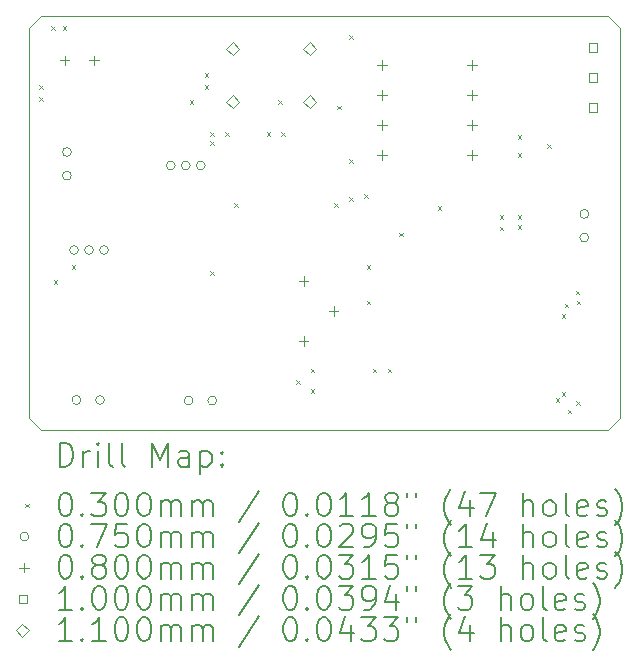
<source format=gbr>
%TF.GenerationSoftware,KiCad,Pcbnew,8.0.0*%
%TF.CreationDate,2024-09-29T18:30:28+09:00*%
%TF.ProjectId,tiny402_sounds_player_V2_0807_,74696e79-3430-4325-9f73-6f756e64735f,rev?*%
%TF.SameCoordinates,Original*%
%TF.FileFunction,Drillmap*%
%TF.FilePolarity,Positive*%
%FSLAX45Y45*%
G04 Gerber Fmt 4.5, Leading zero omitted, Abs format (unit mm)*
G04 Created by KiCad (PCBNEW 8.0.0) date 2024-09-29 18:30:28*
%MOMM*%
%LPD*%
G01*
G04 APERTURE LIST*
%ADD10C,0.050000*%
%ADD11C,0.200000*%
%ADD12C,0.100000*%
%ADD13C,0.110000*%
G04 APERTURE END LIST*
D10*
X10100000Y-10000000D02*
X14900000Y-10000000D01*
X15000000Y-9900000D02*
X15000000Y-6600000D01*
X14900000Y-10000000D02*
X15000000Y-9900000D01*
X10000000Y-9900000D02*
X10000000Y-6600000D01*
X15000000Y-6600000D02*
X14900000Y-6500000D01*
X10100000Y-6500000D02*
X14900000Y-6500000D01*
X10100000Y-10000000D02*
X10000000Y-9900000D01*
X10000000Y-6600000D02*
X10100000Y-6500000D01*
D11*
D12*
X10085000Y-7085000D02*
X10115000Y-7115000D01*
X10115000Y-7085000D02*
X10085000Y-7115000D01*
X10085000Y-7185000D02*
X10115000Y-7215000D01*
X10115000Y-7185000D02*
X10085000Y-7215000D01*
X10185000Y-6585000D02*
X10215000Y-6615000D01*
X10215000Y-6585000D02*
X10185000Y-6615000D01*
X10210000Y-8735000D02*
X10240000Y-8765000D01*
X10240000Y-8735000D02*
X10210000Y-8765000D01*
X10285000Y-6585000D02*
X10315000Y-6615000D01*
X10315000Y-6585000D02*
X10285000Y-6615000D01*
X10360000Y-8610000D02*
X10390000Y-8640000D01*
X10390000Y-8610000D02*
X10360000Y-8640000D01*
X11360000Y-7210000D02*
X11390000Y-7240000D01*
X11390000Y-7210000D02*
X11360000Y-7240000D01*
X11485000Y-6985000D02*
X11515000Y-7015000D01*
X11515000Y-6985000D02*
X11485000Y-7015000D01*
X11485000Y-7085000D02*
X11515000Y-7115000D01*
X11515000Y-7085000D02*
X11485000Y-7115000D01*
X11535000Y-7485000D02*
X11565000Y-7515000D01*
X11565000Y-7485000D02*
X11535000Y-7515000D01*
X11535000Y-7560000D02*
X11565000Y-7590000D01*
X11565000Y-7560000D02*
X11535000Y-7590000D01*
X11535000Y-8660000D02*
X11565000Y-8690000D01*
X11565000Y-8660000D02*
X11535000Y-8690000D01*
X11660000Y-7485000D02*
X11690000Y-7515000D01*
X11690000Y-7485000D02*
X11660000Y-7515000D01*
X11735000Y-8085000D02*
X11765000Y-8115000D01*
X11765000Y-8085000D02*
X11735000Y-8115000D01*
X12010000Y-7485000D02*
X12040000Y-7515000D01*
X12040000Y-7485000D02*
X12010000Y-7515000D01*
X12110000Y-7210000D02*
X12140000Y-7240000D01*
X12140000Y-7210000D02*
X12110000Y-7240000D01*
X12135000Y-7485000D02*
X12165000Y-7515000D01*
X12165000Y-7485000D02*
X12135000Y-7515000D01*
X12260000Y-9585000D02*
X12290000Y-9615000D01*
X12290000Y-9585000D02*
X12260000Y-9615000D01*
X12383750Y-9660000D02*
X12413750Y-9690000D01*
X12413750Y-9660000D02*
X12383750Y-9690000D01*
X12385000Y-9485000D02*
X12415000Y-9515000D01*
X12415000Y-9485000D02*
X12385000Y-9515000D01*
X12585000Y-8085000D02*
X12615000Y-8115000D01*
X12615000Y-8085000D02*
X12585000Y-8115000D01*
X12610000Y-7260000D02*
X12640000Y-7290000D01*
X12640000Y-7260000D02*
X12610000Y-7290000D01*
X12710000Y-6660000D02*
X12740000Y-6690000D01*
X12740000Y-6660000D02*
X12710000Y-6690000D01*
X12710000Y-7710000D02*
X12740000Y-7740000D01*
X12740000Y-7710000D02*
X12710000Y-7740000D01*
X12710000Y-8035000D02*
X12740000Y-8065000D01*
X12740000Y-8035000D02*
X12710000Y-8065000D01*
X12835000Y-8010000D02*
X12865000Y-8040000D01*
X12865000Y-8010000D02*
X12835000Y-8040000D01*
X12860000Y-8610000D02*
X12890000Y-8640000D01*
X12890000Y-8610000D02*
X12860000Y-8640000D01*
X12860000Y-8910000D02*
X12890000Y-8940000D01*
X12890000Y-8910000D02*
X12860000Y-8940000D01*
X12910000Y-9485000D02*
X12940000Y-9515000D01*
X12940000Y-9485000D02*
X12910000Y-9515000D01*
X13035000Y-9485000D02*
X13065000Y-9515000D01*
X13065000Y-9485000D02*
X13035000Y-9515000D01*
X13135000Y-8335000D02*
X13165000Y-8365000D01*
X13165000Y-8335000D02*
X13135000Y-8365000D01*
X13460000Y-8110000D02*
X13490000Y-8140000D01*
X13490000Y-8110000D02*
X13460000Y-8140000D01*
X13985000Y-8185000D02*
X14015000Y-8215000D01*
X14015000Y-8185000D02*
X13985000Y-8215000D01*
X13985000Y-8285000D02*
X14015000Y-8315000D01*
X14015000Y-8285000D02*
X13985000Y-8315000D01*
X14135000Y-7510000D02*
X14165000Y-7540000D01*
X14165000Y-7510000D02*
X14135000Y-7540000D01*
X14135000Y-7660000D02*
X14165000Y-7690000D01*
X14165000Y-7660000D02*
X14135000Y-7690000D01*
X14135000Y-8185000D02*
X14165000Y-8215000D01*
X14165000Y-8185000D02*
X14135000Y-8215000D01*
X14135000Y-8272255D02*
X14165000Y-8302255D01*
X14165000Y-8272255D02*
X14135000Y-8302255D01*
X14385000Y-7585000D02*
X14415000Y-7615000D01*
X14415000Y-7585000D02*
X14385000Y-7615000D01*
X14460000Y-9735000D02*
X14490000Y-9765000D01*
X14490000Y-9735000D02*
X14460000Y-9765000D01*
X14510000Y-9025000D02*
X14540000Y-9055000D01*
X14540000Y-9025000D02*
X14510000Y-9055000D01*
X14510000Y-9685000D02*
X14540000Y-9715000D01*
X14540000Y-9685000D02*
X14510000Y-9715000D01*
X14535000Y-8935000D02*
X14565000Y-8965000D01*
X14565000Y-8935000D02*
X14535000Y-8965000D01*
X14559375Y-9834375D02*
X14589375Y-9864375D01*
X14589375Y-9834375D02*
X14559375Y-9864375D01*
X14628750Y-8825000D02*
X14658750Y-8855000D01*
X14658750Y-8825000D02*
X14628750Y-8855000D01*
X14633750Y-9760000D02*
X14663750Y-9790000D01*
X14663750Y-9760000D02*
X14633750Y-9790000D01*
X14635000Y-8910000D02*
X14665000Y-8940000D01*
X14665000Y-8910000D02*
X14635000Y-8940000D01*
X10357500Y-7650000D02*
G75*
G02*
X10282500Y-7650000I-37500J0D01*
G01*
X10282500Y-7650000D02*
G75*
G02*
X10357500Y-7650000I37500J0D01*
G01*
X10357500Y-7850000D02*
G75*
G02*
X10282500Y-7850000I-37500J0D01*
G01*
X10282500Y-7850000D02*
G75*
G02*
X10357500Y-7850000I37500J0D01*
G01*
X10417500Y-8480000D02*
G75*
G02*
X10342500Y-8480000I-37500J0D01*
G01*
X10342500Y-8480000D02*
G75*
G02*
X10417500Y-8480000I37500J0D01*
G01*
X10437500Y-9750000D02*
G75*
G02*
X10362500Y-9750000I-37500J0D01*
G01*
X10362500Y-9750000D02*
G75*
G02*
X10437500Y-9750000I37500J0D01*
G01*
X10544500Y-8480000D02*
G75*
G02*
X10469500Y-8480000I-37500J0D01*
G01*
X10469500Y-8480000D02*
G75*
G02*
X10544500Y-8480000I37500J0D01*
G01*
X10637500Y-9750000D02*
G75*
G02*
X10562500Y-9750000I-37500J0D01*
G01*
X10562500Y-9750000D02*
G75*
G02*
X10637500Y-9750000I37500J0D01*
G01*
X10671500Y-8480000D02*
G75*
G02*
X10596500Y-8480000I-37500J0D01*
G01*
X10596500Y-8480000D02*
G75*
G02*
X10671500Y-8480000I37500J0D01*
G01*
X11235500Y-7764000D02*
G75*
G02*
X11160500Y-7764000I-37500J0D01*
G01*
X11160500Y-7764000D02*
G75*
G02*
X11235500Y-7764000I37500J0D01*
G01*
X11362500Y-7764000D02*
G75*
G02*
X11287500Y-7764000I-37500J0D01*
G01*
X11287500Y-7764000D02*
G75*
G02*
X11362500Y-7764000I37500J0D01*
G01*
X11387500Y-9755000D02*
G75*
G02*
X11312500Y-9755000I-37500J0D01*
G01*
X11312500Y-9755000D02*
G75*
G02*
X11387500Y-9755000I37500J0D01*
G01*
X11489500Y-7764000D02*
G75*
G02*
X11414500Y-7764000I-37500J0D01*
G01*
X11414500Y-7764000D02*
G75*
G02*
X11489500Y-7764000I37500J0D01*
G01*
X11587500Y-9755000D02*
G75*
G02*
X11512500Y-9755000I-37500J0D01*
G01*
X11512500Y-9755000D02*
G75*
G02*
X11587500Y-9755000I37500J0D01*
G01*
X14737500Y-8175000D02*
G75*
G02*
X14662500Y-8175000I-37500J0D01*
G01*
X14662500Y-8175000D02*
G75*
G02*
X14737500Y-8175000I37500J0D01*
G01*
X14737500Y-8375000D02*
G75*
G02*
X14662500Y-8375000I-37500J0D01*
G01*
X14662500Y-8375000D02*
G75*
G02*
X14737500Y-8375000I37500J0D01*
G01*
X10300000Y-6835000D02*
X10300000Y-6915000D01*
X10260000Y-6875000D02*
X10340000Y-6875000D01*
X10550000Y-6835000D02*
X10550000Y-6915000D01*
X10510000Y-6875000D02*
X10590000Y-6875000D01*
X12323750Y-8702000D02*
X12323750Y-8782000D01*
X12283750Y-8742000D02*
X12363750Y-8742000D01*
X12323750Y-9210000D02*
X12323750Y-9290000D01*
X12283750Y-9250000D02*
X12363750Y-9250000D01*
X12577750Y-8956000D02*
X12577750Y-9036000D01*
X12537750Y-8996000D02*
X12617750Y-8996000D01*
X12988000Y-6873000D02*
X12988000Y-6953000D01*
X12948000Y-6913000D02*
X13028000Y-6913000D01*
X12988000Y-7127000D02*
X12988000Y-7207000D01*
X12948000Y-7167000D02*
X13028000Y-7167000D01*
X12988000Y-7381000D02*
X12988000Y-7461000D01*
X12948000Y-7421000D02*
X13028000Y-7421000D01*
X12988000Y-7635000D02*
X12988000Y-7715000D01*
X12948000Y-7675000D02*
X13028000Y-7675000D01*
X13750000Y-6873000D02*
X13750000Y-6953000D01*
X13710000Y-6913000D02*
X13790000Y-6913000D01*
X13750000Y-7127000D02*
X13750000Y-7207000D01*
X13710000Y-7167000D02*
X13790000Y-7167000D01*
X13750000Y-7381000D02*
X13750000Y-7461000D01*
X13710000Y-7421000D02*
X13790000Y-7421000D01*
X13750000Y-7635000D02*
X13750000Y-7715000D01*
X13710000Y-7675000D02*
X13790000Y-7675000D01*
X14810356Y-6802356D02*
X14810356Y-6731644D01*
X14739644Y-6731644D01*
X14739644Y-6802356D01*
X14810356Y-6802356D01*
X14810356Y-7056356D02*
X14810356Y-6985644D01*
X14739644Y-6985644D01*
X14739644Y-7056356D01*
X14810356Y-7056356D01*
X14810356Y-7310356D02*
X14810356Y-7239644D01*
X14739644Y-7239644D01*
X14739644Y-7310356D01*
X14810356Y-7310356D01*
D13*
X11725000Y-6830000D02*
X11780000Y-6775000D01*
X11725000Y-6720000D01*
X11670000Y-6775000D01*
X11725000Y-6830000D01*
X11725000Y-7280000D02*
X11780000Y-7225000D01*
X11725000Y-7170000D01*
X11670000Y-7225000D01*
X11725000Y-7280000D01*
X12375000Y-6830000D02*
X12430000Y-6775000D01*
X12375000Y-6720000D01*
X12320000Y-6775000D01*
X12375000Y-6830000D01*
X12375000Y-7280000D02*
X12430000Y-7225000D01*
X12375000Y-7170000D01*
X12320000Y-7225000D01*
X12375000Y-7280000D01*
D11*
X10258277Y-10313984D02*
X10258277Y-10113984D01*
X10258277Y-10113984D02*
X10305896Y-10113984D01*
X10305896Y-10113984D02*
X10334467Y-10123508D01*
X10334467Y-10123508D02*
X10353515Y-10142555D01*
X10353515Y-10142555D02*
X10363039Y-10161603D01*
X10363039Y-10161603D02*
X10372563Y-10199698D01*
X10372563Y-10199698D02*
X10372563Y-10228270D01*
X10372563Y-10228270D02*
X10363039Y-10266365D01*
X10363039Y-10266365D02*
X10353515Y-10285412D01*
X10353515Y-10285412D02*
X10334467Y-10304460D01*
X10334467Y-10304460D02*
X10305896Y-10313984D01*
X10305896Y-10313984D02*
X10258277Y-10313984D01*
X10458277Y-10313984D02*
X10458277Y-10180650D01*
X10458277Y-10218746D02*
X10467801Y-10199698D01*
X10467801Y-10199698D02*
X10477324Y-10190174D01*
X10477324Y-10190174D02*
X10496372Y-10180650D01*
X10496372Y-10180650D02*
X10515420Y-10180650D01*
X10582086Y-10313984D02*
X10582086Y-10180650D01*
X10582086Y-10113984D02*
X10572563Y-10123508D01*
X10572563Y-10123508D02*
X10582086Y-10133031D01*
X10582086Y-10133031D02*
X10591610Y-10123508D01*
X10591610Y-10123508D02*
X10582086Y-10113984D01*
X10582086Y-10113984D02*
X10582086Y-10133031D01*
X10705896Y-10313984D02*
X10686848Y-10304460D01*
X10686848Y-10304460D02*
X10677324Y-10285412D01*
X10677324Y-10285412D02*
X10677324Y-10113984D01*
X10810658Y-10313984D02*
X10791610Y-10304460D01*
X10791610Y-10304460D02*
X10782086Y-10285412D01*
X10782086Y-10285412D02*
X10782086Y-10113984D01*
X11039229Y-10313984D02*
X11039229Y-10113984D01*
X11039229Y-10113984D02*
X11105896Y-10256841D01*
X11105896Y-10256841D02*
X11172563Y-10113984D01*
X11172563Y-10113984D02*
X11172563Y-10313984D01*
X11353515Y-10313984D02*
X11353515Y-10209222D01*
X11353515Y-10209222D02*
X11343991Y-10190174D01*
X11343991Y-10190174D02*
X11324943Y-10180650D01*
X11324943Y-10180650D02*
X11286848Y-10180650D01*
X11286848Y-10180650D02*
X11267801Y-10190174D01*
X11353515Y-10304460D02*
X11334467Y-10313984D01*
X11334467Y-10313984D02*
X11286848Y-10313984D01*
X11286848Y-10313984D02*
X11267801Y-10304460D01*
X11267801Y-10304460D02*
X11258277Y-10285412D01*
X11258277Y-10285412D02*
X11258277Y-10266365D01*
X11258277Y-10266365D02*
X11267801Y-10247317D01*
X11267801Y-10247317D02*
X11286848Y-10237793D01*
X11286848Y-10237793D02*
X11334467Y-10237793D01*
X11334467Y-10237793D02*
X11353515Y-10228270D01*
X11448753Y-10180650D02*
X11448753Y-10380650D01*
X11448753Y-10190174D02*
X11467801Y-10180650D01*
X11467801Y-10180650D02*
X11505896Y-10180650D01*
X11505896Y-10180650D02*
X11524943Y-10190174D01*
X11524943Y-10190174D02*
X11534467Y-10199698D01*
X11534467Y-10199698D02*
X11543991Y-10218746D01*
X11543991Y-10218746D02*
X11543991Y-10275889D01*
X11543991Y-10275889D02*
X11534467Y-10294936D01*
X11534467Y-10294936D02*
X11524943Y-10304460D01*
X11524943Y-10304460D02*
X11505896Y-10313984D01*
X11505896Y-10313984D02*
X11467801Y-10313984D01*
X11467801Y-10313984D02*
X11448753Y-10304460D01*
X11629705Y-10294936D02*
X11639229Y-10304460D01*
X11639229Y-10304460D02*
X11629705Y-10313984D01*
X11629705Y-10313984D02*
X11620182Y-10304460D01*
X11620182Y-10304460D02*
X11629705Y-10294936D01*
X11629705Y-10294936D02*
X11629705Y-10313984D01*
X11629705Y-10190174D02*
X11639229Y-10199698D01*
X11639229Y-10199698D02*
X11629705Y-10209222D01*
X11629705Y-10209222D02*
X11620182Y-10199698D01*
X11620182Y-10199698D02*
X11629705Y-10190174D01*
X11629705Y-10190174D02*
X11629705Y-10209222D01*
D12*
X9967500Y-10627500D02*
X9997500Y-10657500D01*
X9997500Y-10627500D02*
X9967500Y-10657500D01*
D11*
X10296372Y-10533984D02*
X10315420Y-10533984D01*
X10315420Y-10533984D02*
X10334467Y-10543508D01*
X10334467Y-10543508D02*
X10343991Y-10553031D01*
X10343991Y-10553031D02*
X10353515Y-10572079D01*
X10353515Y-10572079D02*
X10363039Y-10610174D01*
X10363039Y-10610174D02*
X10363039Y-10657793D01*
X10363039Y-10657793D02*
X10353515Y-10695889D01*
X10353515Y-10695889D02*
X10343991Y-10714936D01*
X10343991Y-10714936D02*
X10334467Y-10724460D01*
X10334467Y-10724460D02*
X10315420Y-10733984D01*
X10315420Y-10733984D02*
X10296372Y-10733984D01*
X10296372Y-10733984D02*
X10277324Y-10724460D01*
X10277324Y-10724460D02*
X10267801Y-10714936D01*
X10267801Y-10714936D02*
X10258277Y-10695889D01*
X10258277Y-10695889D02*
X10248753Y-10657793D01*
X10248753Y-10657793D02*
X10248753Y-10610174D01*
X10248753Y-10610174D02*
X10258277Y-10572079D01*
X10258277Y-10572079D02*
X10267801Y-10553031D01*
X10267801Y-10553031D02*
X10277324Y-10543508D01*
X10277324Y-10543508D02*
X10296372Y-10533984D01*
X10448753Y-10714936D02*
X10458277Y-10724460D01*
X10458277Y-10724460D02*
X10448753Y-10733984D01*
X10448753Y-10733984D02*
X10439229Y-10724460D01*
X10439229Y-10724460D02*
X10448753Y-10714936D01*
X10448753Y-10714936D02*
X10448753Y-10733984D01*
X10524944Y-10533984D02*
X10648753Y-10533984D01*
X10648753Y-10533984D02*
X10582086Y-10610174D01*
X10582086Y-10610174D02*
X10610658Y-10610174D01*
X10610658Y-10610174D02*
X10629705Y-10619698D01*
X10629705Y-10619698D02*
X10639229Y-10629222D01*
X10639229Y-10629222D02*
X10648753Y-10648270D01*
X10648753Y-10648270D02*
X10648753Y-10695889D01*
X10648753Y-10695889D02*
X10639229Y-10714936D01*
X10639229Y-10714936D02*
X10629705Y-10724460D01*
X10629705Y-10724460D02*
X10610658Y-10733984D01*
X10610658Y-10733984D02*
X10553515Y-10733984D01*
X10553515Y-10733984D02*
X10534467Y-10724460D01*
X10534467Y-10724460D02*
X10524944Y-10714936D01*
X10772563Y-10533984D02*
X10791610Y-10533984D01*
X10791610Y-10533984D02*
X10810658Y-10543508D01*
X10810658Y-10543508D02*
X10820182Y-10553031D01*
X10820182Y-10553031D02*
X10829705Y-10572079D01*
X10829705Y-10572079D02*
X10839229Y-10610174D01*
X10839229Y-10610174D02*
X10839229Y-10657793D01*
X10839229Y-10657793D02*
X10829705Y-10695889D01*
X10829705Y-10695889D02*
X10820182Y-10714936D01*
X10820182Y-10714936D02*
X10810658Y-10724460D01*
X10810658Y-10724460D02*
X10791610Y-10733984D01*
X10791610Y-10733984D02*
X10772563Y-10733984D01*
X10772563Y-10733984D02*
X10753515Y-10724460D01*
X10753515Y-10724460D02*
X10743991Y-10714936D01*
X10743991Y-10714936D02*
X10734467Y-10695889D01*
X10734467Y-10695889D02*
X10724944Y-10657793D01*
X10724944Y-10657793D02*
X10724944Y-10610174D01*
X10724944Y-10610174D02*
X10734467Y-10572079D01*
X10734467Y-10572079D02*
X10743991Y-10553031D01*
X10743991Y-10553031D02*
X10753515Y-10543508D01*
X10753515Y-10543508D02*
X10772563Y-10533984D01*
X10963039Y-10533984D02*
X10982086Y-10533984D01*
X10982086Y-10533984D02*
X11001134Y-10543508D01*
X11001134Y-10543508D02*
X11010658Y-10553031D01*
X11010658Y-10553031D02*
X11020182Y-10572079D01*
X11020182Y-10572079D02*
X11029705Y-10610174D01*
X11029705Y-10610174D02*
X11029705Y-10657793D01*
X11029705Y-10657793D02*
X11020182Y-10695889D01*
X11020182Y-10695889D02*
X11010658Y-10714936D01*
X11010658Y-10714936D02*
X11001134Y-10724460D01*
X11001134Y-10724460D02*
X10982086Y-10733984D01*
X10982086Y-10733984D02*
X10963039Y-10733984D01*
X10963039Y-10733984D02*
X10943991Y-10724460D01*
X10943991Y-10724460D02*
X10934467Y-10714936D01*
X10934467Y-10714936D02*
X10924944Y-10695889D01*
X10924944Y-10695889D02*
X10915420Y-10657793D01*
X10915420Y-10657793D02*
X10915420Y-10610174D01*
X10915420Y-10610174D02*
X10924944Y-10572079D01*
X10924944Y-10572079D02*
X10934467Y-10553031D01*
X10934467Y-10553031D02*
X10943991Y-10543508D01*
X10943991Y-10543508D02*
X10963039Y-10533984D01*
X11115420Y-10733984D02*
X11115420Y-10600650D01*
X11115420Y-10619698D02*
X11124944Y-10610174D01*
X11124944Y-10610174D02*
X11143991Y-10600650D01*
X11143991Y-10600650D02*
X11172563Y-10600650D01*
X11172563Y-10600650D02*
X11191610Y-10610174D01*
X11191610Y-10610174D02*
X11201134Y-10629222D01*
X11201134Y-10629222D02*
X11201134Y-10733984D01*
X11201134Y-10629222D02*
X11210658Y-10610174D01*
X11210658Y-10610174D02*
X11229705Y-10600650D01*
X11229705Y-10600650D02*
X11258277Y-10600650D01*
X11258277Y-10600650D02*
X11277324Y-10610174D01*
X11277324Y-10610174D02*
X11286848Y-10629222D01*
X11286848Y-10629222D02*
X11286848Y-10733984D01*
X11382086Y-10733984D02*
X11382086Y-10600650D01*
X11382086Y-10619698D02*
X11391610Y-10610174D01*
X11391610Y-10610174D02*
X11410658Y-10600650D01*
X11410658Y-10600650D02*
X11439229Y-10600650D01*
X11439229Y-10600650D02*
X11458277Y-10610174D01*
X11458277Y-10610174D02*
X11467801Y-10629222D01*
X11467801Y-10629222D02*
X11467801Y-10733984D01*
X11467801Y-10629222D02*
X11477324Y-10610174D01*
X11477324Y-10610174D02*
X11496372Y-10600650D01*
X11496372Y-10600650D02*
X11524943Y-10600650D01*
X11524943Y-10600650D02*
X11543991Y-10610174D01*
X11543991Y-10610174D02*
X11553515Y-10629222D01*
X11553515Y-10629222D02*
X11553515Y-10733984D01*
X11943991Y-10524460D02*
X11772563Y-10781603D01*
X12201134Y-10533984D02*
X12220182Y-10533984D01*
X12220182Y-10533984D02*
X12239229Y-10543508D01*
X12239229Y-10543508D02*
X12248753Y-10553031D01*
X12248753Y-10553031D02*
X12258277Y-10572079D01*
X12258277Y-10572079D02*
X12267801Y-10610174D01*
X12267801Y-10610174D02*
X12267801Y-10657793D01*
X12267801Y-10657793D02*
X12258277Y-10695889D01*
X12258277Y-10695889D02*
X12248753Y-10714936D01*
X12248753Y-10714936D02*
X12239229Y-10724460D01*
X12239229Y-10724460D02*
X12220182Y-10733984D01*
X12220182Y-10733984D02*
X12201134Y-10733984D01*
X12201134Y-10733984D02*
X12182086Y-10724460D01*
X12182086Y-10724460D02*
X12172563Y-10714936D01*
X12172563Y-10714936D02*
X12163039Y-10695889D01*
X12163039Y-10695889D02*
X12153515Y-10657793D01*
X12153515Y-10657793D02*
X12153515Y-10610174D01*
X12153515Y-10610174D02*
X12163039Y-10572079D01*
X12163039Y-10572079D02*
X12172563Y-10553031D01*
X12172563Y-10553031D02*
X12182086Y-10543508D01*
X12182086Y-10543508D02*
X12201134Y-10533984D01*
X12353515Y-10714936D02*
X12363039Y-10724460D01*
X12363039Y-10724460D02*
X12353515Y-10733984D01*
X12353515Y-10733984D02*
X12343991Y-10724460D01*
X12343991Y-10724460D02*
X12353515Y-10714936D01*
X12353515Y-10714936D02*
X12353515Y-10733984D01*
X12486848Y-10533984D02*
X12505896Y-10533984D01*
X12505896Y-10533984D02*
X12524944Y-10543508D01*
X12524944Y-10543508D02*
X12534467Y-10553031D01*
X12534467Y-10553031D02*
X12543991Y-10572079D01*
X12543991Y-10572079D02*
X12553515Y-10610174D01*
X12553515Y-10610174D02*
X12553515Y-10657793D01*
X12553515Y-10657793D02*
X12543991Y-10695889D01*
X12543991Y-10695889D02*
X12534467Y-10714936D01*
X12534467Y-10714936D02*
X12524944Y-10724460D01*
X12524944Y-10724460D02*
X12505896Y-10733984D01*
X12505896Y-10733984D02*
X12486848Y-10733984D01*
X12486848Y-10733984D02*
X12467801Y-10724460D01*
X12467801Y-10724460D02*
X12458277Y-10714936D01*
X12458277Y-10714936D02*
X12448753Y-10695889D01*
X12448753Y-10695889D02*
X12439229Y-10657793D01*
X12439229Y-10657793D02*
X12439229Y-10610174D01*
X12439229Y-10610174D02*
X12448753Y-10572079D01*
X12448753Y-10572079D02*
X12458277Y-10553031D01*
X12458277Y-10553031D02*
X12467801Y-10543508D01*
X12467801Y-10543508D02*
X12486848Y-10533984D01*
X12743991Y-10733984D02*
X12629706Y-10733984D01*
X12686848Y-10733984D02*
X12686848Y-10533984D01*
X12686848Y-10533984D02*
X12667801Y-10562555D01*
X12667801Y-10562555D02*
X12648753Y-10581603D01*
X12648753Y-10581603D02*
X12629706Y-10591127D01*
X12934467Y-10733984D02*
X12820182Y-10733984D01*
X12877325Y-10733984D02*
X12877325Y-10533984D01*
X12877325Y-10533984D02*
X12858277Y-10562555D01*
X12858277Y-10562555D02*
X12839229Y-10581603D01*
X12839229Y-10581603D02*
X12820182Y-10591127D01*
X13048753Y-10619698D02*
X13029706Y-10610174D01*
X13029706Y-10610174D02*
X13020182Y-10600650D01*
X13020182Y-10600650D02*
X13010658Y-10581603D01*
X13010658Y-10581603D02*
X13010658Y-10572079D01*
X13010658Y-10572079D02*
X13020182Y-10553031D01*
X13020182Y-10553031D02*
X13029706Y-10543508D01*
X13029706Y-10543508D02*
X13048753Y-10533984D01*
X13048753Y-10533984D02*
X13086848Y-10533984D01*
X13086848Y-10533984D02*
X13105896Y-10543508D01*
X13105896Y-10543508D02*
X13115420Y-10553031D01*
X13115420Y-10553031D02*
X13124944Y-10572079D01*
X13124944Y-10572079D02*
X13124944Y-10581603D01*
X13124944Y-10581603D02*
X13115420Y-10600650D01*
X13115420Y-10600650D02*
X13105896Y-10610174D01*
X13105896Y-10610174D02*
X13086848Y-10619698D01*
X13086848Y-10619698D02*
X13048753Y-10619698D01*
X13048753Y-10619698D02*
X13029706Y-10629222D01*
X13029706Y-10629222D02*
X13020182Y-10638746D01*
X13020182Y-10638746D02*
X13010658Y-10657793D01*
X13010658Y-10657793D02*
X13010658Y-10695889D01*
X13010658Y-10695889D02*
X13020182Y-10714936D01*
X13020182Y-10714936D02*
X13029706Y-10724460D01*
X13029706Y-10724460D02*
X13048753Y-10733984D01*
X13048753Y-10733984D02*
X13086848Y-10733984D01*
X13086848Y-10733984D02*
X13105896Y-10724460D01*
X13105896Y-10724460D02*
X13115420Y-10714936D01*
X13115420Y-10714936D02*
X13124944Y-10695889D01*
X13124944Y-10695889D02*
X13124944Y-10657793D01*
X13124944Y-10657793D02*
X13115420Y-10638746D01*
X13115420Y-10638746D02*
X13105896Y-10629222D01*
X13105896Y-10629222D02*
X13086848Y-10619698D01*
X13201134Y-10533984D02*
X13201134Y-10572079D01*
X13277325Y-10533984D02*
X13277325Y-10572079D01*
X13572563Y-10810174D02*
X13563039Y-10800650D01*
X13563039Y-10800650D02*
X13543991Y-10772079D01*
X13543991Y-10772079D02*
X13534468Y-10753031D01*
X13534468Y-10753031D02*
X13524944Y-10724460D01*
X13524944Y-10724460D02*
X13515420Y-10676841D01*
X13515420Y-10676841D02*
X13515420Y-10638746D01*
X13515420Y-10638746D02*
X13524944Y-10591127D01*
X13524944Y-10591127D02*
X13534468Y-10562555D01*
X13534468Y-10562555D02*
X13543991Y-10543508D01*
X13543991Y-10543508D02*
X13563039Y-10514936D01*
X13563039Y-10514936D02*
X13572563Y-10505412D01*
X13734468Y-10600650D02*
X13734468Y-10733984D01*
X13686848Y-10524460D02*
X13639229Y-10667317D01*
X13639229Y-10667317D02*
X13763039Y-10667317D01*
X13820182Y-10533984D02*
X13953515Y-10533984D01*
X13953515Y-10533984D02*
X13867801Y-10733984D01*
X14182087Y-10733984D02*
X14182087Y-10533984D01*
X14267801Y-10733984D02*
X14267801Y-10629222D01*
X14267801Y-10629222D02*
X14258277Y-10610174D01*
X14258277Y-10610174D02*
X14239230Y-10600650D01*
X14239230Y-10600650D02*
X14210658Y-10600650D01*
X14210658Y-10600650D02*
X14191610Y-10610174D01*
X14191610Y-10610174D02*
X14182087Y-10619698D01*
X14391610Y-10733984D02*
X14372563Y-10724460D01*
X14372563Y-10724460D02*
X14363039Y-10714936D01*
X14363039Y-10714936D02*
X14353515Y-10695889D01*
X14353515Y-10695889D02*
X14353515Y-10638746D01*
X14353515Y-10638746D02*
X14363039Y-10619698D01*
X14363039Y-10619698D02*
X14372563Y-10610174D01*
X14372563Y-10610174D02*
X14391610Y-10600650D01*
X14391610Y-10600650D02*
X14420182Y-10600650D01*
X14420182Y-10600650D02*
X14439230Y-10610174D01*
X14439230Y-10610174D02*
X14448753Y-10619698D01*
X14448753Y-10619698D02*
X14458277Y-10638746D01*
X14458277Y-10638746D02*
X14458277Y-10695889D01*
X14458277Y-10695889D02*
X14448753Y-10714936D01*
X14448753Y-10714936D02*
X14439230Y-10724460D01*
X14439230Y-10724460D02*
X14420182Y-10733984D01*
X14420182Y-10733984D02*
X14391610Y-10733984D01*
X14572563Y-10733984D02*
X14553515Y-10724460D01*
X14553515Y-10724460D02*
X14543991Y-10705412D01*
X14543991Y-10705412D02*
X14543991Y-10533984D01*
X14724944Y-10724460D02*
X14705896Y-10733984D01*
X14705896Y-10733984D02*
X14667801Y-10733984D01*
X14667801Y-10733984D02*
X14648753Y-10724460D01*
X14648753Y-10724460D02*
X14639230Y-10705412D01*
X14639230Y-10705412D02*
X14639230Y-10629222D01*
X14639230Y-10629222D02*
X14648753Y-10610174D01*
X14648753Y-10610174D02*
X14667801Y-10600650D01*
X14667801Y-10600650D02*
X14705896Y-10600650D01*
X14705896Y-10600650D02*
X14724944Y-10610174D01*
X14724944Y-10610174D02*
X14734468Y-10629222D01*
X14734468Y-10629222D02*
X14734468Y-10648270D01*
X14734468Y-10648270D02*
X14639230Y-10667317D01*
X14810658Y-10724460D02*
X14829706Y-10733984D01*
X14829706Y-10733984D02*
X14867801Y-10733984D01*
X14867801Y-10733984D02*
X14886849Y-10724460D01*
X14886849Y-10724460D02*
X14896372Y-10705412D01*
X14896372Y-10705412D02*
X14896372Y-10695889D01*
X14896372Y-10695889D02*
X14886849Y-10676841D01*
X14886849Y-10676841D02*
X14867801Y-10667317D01*
X14867801Y-10667317D02*
X14839230Y-10667317D01*
X14839230Y-10667317D02*
X14820182Y-10657793D01*
X14820182Y-10657793D02*
X14810658Y-10638746D01*
X14810658Y-10638746D02*
X14810658Y-10629222D01*
X14810658Y-10629222D02*
X14820182Y-10610174D01*
X14820182Y-10610174D02*
X14839230Y-10600650D01*
X14839230Y-10600650D02*
X14867801Y-10600650D01*
X14867801Y-10600650D02*
X14886849Y-10610174D01*
X14963039Y-10810174D02*
X14972563Y-10800650D01*
X14972563Y-10800650D02*
X14991611Y-10772079D01*
X14991611Y-10772079D02*
X15001134Y-10753031D01*
X15001134Y-10753031D02*
X15010658Y-10724460D01*
X15010658Y-10724460D02*
X15020182Y-10676841D01*
X15020182Y-10676841D02*
X15020182Y-10638746D01*
X15020182Y-10638746D02*
X15010658Y-10591127D01*
X15010658Y-10591127D02*
X15001134Y-10562555D01*
X15001134Y-10562555D02*
X14991611Y-10543508D01*
X14991611Y-10543508D02*
X14972563Y-10514936D01*
X14972563Y-10514936D02*
X14963039Y-10505412D01*
D12*
X9997500Y-10906500D02*
G75*
G02*
X9922500Y-10906500I-37500J0D01*
G01*
X9922500Y-10906500D02*
G75*
G02*
X9997500Y-10906500I37500J0D01*
G01*
D11*
X10296372Y-10797984D02*
X10315420Y-10797984D01*
X10315420Y-10797984D02*
X10334467Y-10807508D01*
X10334467Y-10807508D02*
X10343991Y-10817031D01*
X10343991Y-10817031D02*
X10353515Y-10836079D01*
X10353515Y-10836079D02*
X10363039Y-10874174D01*
X10363039Y-10874174D02*
X10363039Y-10921793D01*
X10363039Y-10921793D02*
X10353515Y-10959889D01*
X10353515Y-10959889D02*
X10343991Y-10978936D01*
X10343991Y-10978936D02*
X10334467Y-10988460D01*
X10334467Y-10988460D02*
X10315420Y-10997984D01*
X10315420Y-10997984D02*
X10296372Y-10997984D01*
X10296372Y-10997984D02*
X10277324Y-10988460D01*
X10277324Y-10988460D02*
X10267801Y-10978936D01*
X10267801Y-10978936D02*
X10258277Y-10959889D01*
X10258277Y-10959889D02*
X10248753Y-10921793D01*
X10248753Y-10921793D02*
X10248753Y-10874174D01*
X10248753Y-10874174D02*
X10258277Y-10836079D01*
X10258277Y-10836079D02*
X10267801Y-10817031D01*
X10267801Y-10817031D02*
X10277324Y-10807508D01*
X10277324Y-10807508D02*
X10296372Y-10797984D01*
X10448753Y-10978936D02*
X10458277Y-10988460D01*
X10458277Y-10988460D02*
X10448753Y-10997984D01*
X10448753Y-10997984D02*
X10439229Y-10988460D01*
X10439229Y-10988460D02*
X10448753Y-10978936D01*
X10448753Y-10978936D02*
X10448753Y-10997984D01*
X10524944Y-10797984D02*
X10658277Y-10797984D01*
X10658277Y-10797984D02*
X10572563Y-10997984D01*
X10829705Y-10797984D02*
X10734467Y-10797984D01*
X10734467Y-10797984D02*
X10724944Y-10893222D01*
X10724944Y-10893222D02*
X10734467Y-10883698D01*
X10734467Y-10883698D02*
X10753515Y-10874174D01*
X10753515Y-10874174D02*
X10801134Y-10874174D01*
X10801134Y-10874174D02*
X10820182Y-10883698D01*
X10820182Y-10883698D02*
X10829705Y-10893222D01*
X10829705Y-10893222D02*
X10839229Y-10912270D01*
X10839229Y-10912270D02*
X10839229Y-10959889D01*
X10839229Y-10959889D02*
X10829705Y-10978936D01*
X10829705Y-10978936D02*
X10820182Y-10988460D01*
X10820182Y-10988460D02*
X10801134Y-10997984D01*
X10801134Y-10997984D02*
X10753515Y-10997984D01*
X10753515Y-10997984D02*
X10734467Y-10988460D01*
X10734467Y-10988460D02*
X10724944Y-10978936D01*
X10963039Y-10797984D02*
X10982086Y-10797984D01*
X10982086Y-10797984D02*
X11001134Y-10807508D01*
X11001134Y-10807508D02*
X11010658Y-10817031D01*
X11010658Y-10817031D02*
X11020182Y-10836079D01*
X11020182Y-10836079D02*
X11029705Y-10874174D01*
X11029705Y-10874174D02*
X11029705Y-10921793D01*
X11029705Y-10921793D02*
X11020182Y-10959889D01*
X11020182Y-10959889D02*
X11010658Y-10978936D01*
X11010658Y-10978936D02*
X11001134Y-10988460D01*
X11001134Y-10988460D02*
X10982086Y-10997984D01*
X10982086Y-10997984D02*
X10963039Y-10997984D01*
X10963039Y-10997984D02*
X10943991Y-10988460D01*
X10943991Y-10988460D02*
X10934467Y-10978936D01*
X10934467Y-10978936D02*
X10924944Y-10959889D01*
X10924944Y-10959889D02*
X10915420Y-10921793D01*
X10915420Y-10921793D02*
X10915420Y-10874174D01*
X10915420Y-10874174D02*
X10924944Y-10836079D01*
X10924944Y-10836079D02*
X10934467Y-10817031D01*
X10934467Y-10817031D02*
X10943991Y-10807508D01*
X10943991Y-10807508D02*
X10963039Y-10797984D01*
X11115420Y-10997984D02*
X11115420Y-10864650D01*
X11115420Y-10883698D02*
X11124944Y-10874174D01*
X11124944Y-10874174D02*
X11143991Y-10864650D01*
X11143991Y-10864650D02*
X11172563Y-10864650D01*
X11172563Y-10864650D02*
X11191610Y-10874174D01*
X11191610Y-10874174D02*
X11201134Y-10893222D01*
X11201134Y-10893222D02*
X11201134Y-10997984D01*
X11201134Y-10893222D02*
X11210658Y-10874174D01*
X11210658Y-10874174D02*
X11229705Y-10864650D01*
X11229705Y-10864650D02*
X11258277Y-10864650D01*
X11258277Y-10864650D02*
X11277324Y-10874174D01*
X11277324Y-10874174D02*
X11286848Y-10893222D01*
X11286848Y-10893222D02*
X11286848Y-10997984D01*
X11382086Y-10997984D02*
X11382086Y-10864650D01*
X11382086Y-10883698D02*
X11391610Y-10874174D01*
X11391610Y-10874174D02*
X11410658Y-10864650D01*
X11410658Y-10864650D02*
X11439229Y-10864650D01*
X11439229Y-10864650D02*
X11458277Y-10874174D01*
X11458277Y-10874174D02*
X11467801Y-10893222D01*
X11467801Y-10893222D02*
X11467801Y-10997984D01*
X11467801Y-10893222D02*
X11477324Y-10874174D01*
X11477324Y-10874174D02*
X11496372Y-10864650D01*
X11496372Y-10864650D02*
X11524943Y-10864650D01*
X11524943Y-10864650D02*
X11543991Y-10874174D01*
X11543991Y-10874174D02*
X11553515Y-10893222D01*
X11553515Y-10893222D02*
X11553515Y-10997984D01*
X11943991Y-10788460D02*
X11772563Y-11045603D01*
X12201134Y-10797984D02*
X12220182Y-10797984D01*
X12220182Y-10797984D02*
X12239229Y-10807508D01*
X12239229Y-10807508D02*
X12248753Y-10817031D01*
X12248753Y-10817031D02*
X12258277Y-10836079D01*
X12258277Y-10836079D02*
X12267801Y-10874174D01*
X12267801Y-10874174D02*
X12267801Y-10921793D01*
X12267801Y-10921793D02*
X12258277Y-10959889D01*
X12258277Y-10959889D02*
X12248753Y-10978936D01*
X12248753Y-10978936D02*
X12239229Y-10988460D01*
X12239229Y-10988460D02*
X12220182Y-10997984D01*
X12220182Y-10997984D02*
X12201134Y-10997984D01*
X12201134Y-10997984D02*
X12182086Y-10988460D01*
X12182086Y-10988460D02*
X12172563Y-10978936D01*
X12172563Y-10978936D02*
X12163039Y-10959889D01*
X12163039Y-10959889D02*
X12153515Y-10921793D01*
X12153515Y-10921793D02*
X12153515Y-10874174D01*
X12153515Y-10874174D02*
X12163039Y-10836079D01*
X12163039Y-10836079D02*
X12172563Y-10817031D01*
X12172563Y-10817031D02*
X12182086Y-10807508D01*
X12182086Y-10807508D02*
X12201134Y-10797984D01*
X12353515Y-10978936D02*
X12363039Y-10988460D01*
X12363039Y-10988460D02*
X12353515Y-10997984D01*
X12353515Y-10997984D02*
X12343991Y-10988460D01*
X12343991Y-10988460D02*
X12353515Y-10978936D01*
X12353515Y-10978936D02*
X12353515Y-10997984D01*
X12486848Y-10797984D02*
X12505896Y-10797984D01*
X12505896Y-10797984D02*
X12524944Y-10807508D01*
X12524944Y-10807508D02*
X12534467Y-10817031D01*
X12534467Y-10817031D02*
X12543991Y-10836079D01*
X12543991Y-10836079D02*
X12553515Y-10874174D01*
X12553515Y-10874174D02*
X12553515Y-10921793D01*
X12553515Y-10921793D02*
X12543991Y-10959889D01*
X12543991Y-10959889D02*
X12534467Y-10978936D01*
X12534467Y-10978936D02*
X12524944Y-10988460D01*
X12524944Y-10988460D02*
X12505896Y-10997984D01*
X12505896Y-10997984D02*
X12486848Y-10997984D01*
X12486848Y-10997984D02*
X12467801Y-10988460D01*
X12467801Y-10988460D02*
X12458277Y-10978936D01*
X12458277Y-10978936D02*
X12448753Y-10959889D01*
X12448753Y-10959889D02*
X12439229Y-10921793D01*
X12439229Y-10921793D02*
X12439229Y-10874174D01*
X12439229Y-10874174D02*
X12448753Y-10836079D01*
X12448753Y-10836079D02*
X12458277Y-10817031D01*
X12458277Y-10817031D02*
X12467801Y-10807508D01*
X12467801Y-10807508D02*
X12486848Y-10797984D01*
X12629706Y-10817031D02*
X12639229Y-10807508D01*
X12639229Y-10807508D02*
X12658277Y-10797984D01*
X12658277Y-10797984D02*
X12705896Y-10797984D01*
X12705896Y-10797984D02*
X12724944Y-10807508D01*
X12724944Y-10807508D02*
X12734467Y-10817031D01*
X12734467Y-10817031D02*
X12743991Y-10836079D01*
X12743991Y-10836079D02*
X12743991Y-10855127D01*
X12743991Y-10855127D02*
X12734467Y-10883698D01*
X12734467Y-10883698D02*
X12620182Y-10997984D01*
X12620182Y-10997984D02*
X12743991Y-10997984D01*
X12839229Y-10997984D02*
X12877325Y-10997984D01*
X12877325Y-10997984D02*
X12896372Y-10988460D01*
X12896372Y-10988460D02*
X12905896Y-10978936D01*
X12905896Y-10978936D02*
X12924944Y-10950365D01*
X12924944Y-10950365D02*
X12934467Y-10912270D01*
X12934467Y-10912270D02*
X12934467Y-10836079D01*
X12934467Y-10836079D02*
X12924944Y-10817031D01*
X12924944Y-10817031D02*
X12915420Y-10807508D01*
X12915420Y-10807508D02*
X12896372Y-10797984D01*
X12896372Y-10797984D02*
X12858277Y-10797984D01*
X12858277Y-10797984D02*
X12839229Y-10807508D01*
X12839229Y-10807508D02*
X12829706Y-10817031D01*
X12829706Y-10817031D02*
X12820182Y-10836079D01*
X12820182Y-10836079D02*
X12820182Y-10883698D01*
X12820182Y-10883698D02*
X12829706Y-10902746D01*
X12829706Y-10902746D02*
X12839229Y-10912270D01*
X12839229Y-10912270D02*
X12858277Y-10921793D01*
X12858277Y-10921793D02*
X12896372Y-10921793D01*
X12896372Y-10921793D02*
X12915420Y-10912270D01*
X12915420Y-10912270D02*
X12924944Y-10902746D01*
X12924944Y-10902746D02*
X12934467Y-10883698D01*
X13115420Y-10797984D02*
X13020182Y-10797984D01*
X13020182Y-10797984D02*
X13010658Y-10893222D01*
X13010658Y-10893222D02*
X13020182Y-10883698D01*
X13020182Y-10883698D02*
X13039229Y-10874174D01*
X13039229Y-10874174D02*
X13086848Y-10874174D01*
X13086848Y-10874174D02*
X13105896Y-10883698D01*
X13105896Y-10883698D02*
X13115420Y-10893222D01*
X13115420Y-10893222D02*
X13124944Y-10912270D01*
X13124944Y-10912270D02*
X13124944Y-10959889D01*
X13124944Y-10959889D02*
X13115420Y-10978936D01*
X13115420Y-10978936D02*
X13105896Y-10988460D01*
X13105896Y-10988460D02*
X13086848Y-10997984D01*
X13086848Y-10997984D02*
X13039229Y-10997984D01*
X13039229Y-10997984D02*
X13020182Y-10988460D01*
X13020182Y-10988460D02*
X13010658Y-10978936D01*
X13201134Y-10797984D02*
X13201134Y-10836079D01*
X13277325Y-10797984D02*
X13277325Y-10836079D01*
X13572563Y-11074174D02*
X13563039Y-11064650D01*
X13563039Y-11064650D02*
X13543991Y-11036079D01*
X13543991Y-11036079D02*
X13534468Y-11017031D01*
X13534468Y-11017031D02*
X13524944Y-10988460D01*
X13524944Y-10988460D02*
X13515420Y-10940841D01*
X13515420Y-10940841D02*
X13515420Y-10902746D01*
X13515420Y-10902746D02*
X13524944Y-10855127D01*
X13524944Y-10855127D02*
X13534468Y-10826555D01*
X13534468Y-10826555D02*
X13543991Y-10807508D01*
X13543991Y-10807508D02*
X13563039Y-10778936D01*
X13563039Y-10778936D02*
X13572563Y-10769412D01*
X13753515Y-10997984D02*
X13639229Y-10997984D01*
X13696372Y-10997984D02*
X13696372Y-10797984D01*
X13696372Y-10797984D02*
X13677325Y-10826555D01*
X13677325Y-10826555D02*
X13658277Y-10845603D01*
X13658277Y-10845603D02*
X13639229Y-10855127D01*
X13924944Y-10864650D02*
X13924944Y-10997984D01*
X13877325Y-10788460D02*
X13829706Y-10931317D01*
X13829706Y-10931317D02*
X13953515Y-10931317D01*
X14182087Y-10997984D02*
X14182087Y-10797984D01*
X14267801Y-10997984D02*
X14267801Y-10893222D01*
X14267801Y-10893222D02*
X14258277Y-10874174D01*
X14258277Y-10874174D02*
X14239230Y-10864650D01*
X14239230Y-10864650D02*
X14210658Y-10864650D01*
X14210658Y-10864650D02*
X14191610Y-10874174D01*
X14191610Y-10874174D02*
X14182087Y-10883698D01*
X14391610Y-10997984D02*
X14372563Y-10988460D01*
X14372563Y-10988460D02*
X14363039Y-10978936D01*
X14363039Y-10978936D02*
X14353515Y-10959889D01*
X14353515Y-10959889D02*
X14353515Y-10902746D01*
X14353515Y-10902746D02*
X14363039Y-10883698D01*
X14363039Y-10883698D02*
X14372563Y-10874174D01*
X14372563Y-10874174D02*
X14391610Y-10864650D01*
X14391610Y-10864650D02*
X14420182Y-10864650D01*
X14420182Y-10864650D02*
X14439230Y-10874174D01*
X14439230Y-10874174D02*
X14448753Y-10883698D01*
X14448753Y-10883698D02*
X14458277Y-10902746D01*
X14458277Y-10902746D02*
X14458277Y-10959889D01*
X14458277Y-10959889D02*
X14448753Y-10978936D01*
X14448753Y-10978936D02*
X14439230Y-10988460D01*
X14439230Y-10988460D02*
X14420182Y-10997984D01*
X14420182Y-10997984D02*
X14391610Y-10997984D01*
X14572563Y-10997984D02*
X14553515Y-10988460D01*
X14553515Y-10988460D02*
X14543991Y-10969412D01*
X14543991Y-10969412D02*
X14543991Y-10797984D01*
X14724944Y-10988460D02*
X14705896Y-10997984D01*
X14705896Y-10997984D02*
X14667801Y-10997984D01*
X14667801Y-10997984D02*
X14648753Y-10988460D01*
X14648753Y-10988460D02*
X14639230Y-10969412D01*
X14639230Y-10969412D02*
X14639230Y-10893222D01*
X14639230Y-10893222D02*
X14648753Y-10874174D01*
X14648753Y-10874174D02*
X14667801Y-10864650D01*
X14667801Y-10864650D02*
X14705896Y-10864650D01*
X14705896Y-10864650D02*
X14724944Y-10874174D01*
X14724944Y-10874174D02*
X14734468Y-10893222D01*
X14734468Y-10893222D02*
X14734468Y-10912270D01*
X14734468Y-10912270D02*
X14639230Y-10931317D01*
X14810658Y-10988460D02*
X14829706Y-10997984D01*
X14829706Y-10997984D02*
X14867801Y-10997984D01*
X14867801Y-10997984D02*
X14886849Y-10988460D01*
X14886849Y-10988460D02*
X14896372Y-10969412D01*
X14896372Y-10969412D02*
X14896372Y-10959889D01*
X14896372Y-10959889D02*
X14886849Y-10940841D01*
X14886849Y-10940841D02*
X14867801Y-10931317D01*
X14867801Y-10931317D02*
X14839230Y-10931317D01*
X14839230Y-10931317D02*
X14820182Y-10921793D01*
X14820182Y-10921793D02*
X14810658Y-10902746D01*
X14810658Y-10902746D02*
X14810658Y-10893222D01*
X14810658Y-10893222D02*
X14820182Y-10874174D01*
X14820182Y-10874174D02*
X14839230Y-10864650D01*
X14839230Y-10864650D02*
X14867801Y-10864650D01*
X14867801Y-10864650D02*
X14886849Y-10874174D01*
X14963039Y-11074174D02*
X14972563Y-11064650D01*
X14972563Y-11064650D02*
X14991611Y-11036079D01*
X14991611Y-11036079D02*
X15001134Y-11017031D01*
X15001134Y-11017031D02*
X15010658Y-10988460D01*
X15010658Y-10988460D02*
X15020182Y-10940841D01*
X15020182Y-10940841D02*
X15020182Y-10902746D01*
X15020182Y-10902746D02*
X15010658Y-10855127D01*
X15010658Y-10855127D02*
X15001134Y-10826555D01*
X15001134Y-10826555D02*
X14991611Y-10807508D01*
X14991611Y-10807508D02*
X14972563Y-10778936D01*
X14972563Y-10778936D02*
X14963039Y-10769412D01*
D12*
X9957500Y-11130500D02*
X9957500Y-11210500D01*
X9917500Y-11170500D02*
X9997500Y-11170500D01*
D11*
X10296372Y-11061984D02*
X10315420Y-11061984D01*
X10315420Y-11061984D02*
X10334467Y-11071508D01*
X10334467Y-11071508D02*
X10343991Y-11081031D01*
X10343991Y-11081031D02*
X10353515Y-11100079D01*
X10353515Y-11100079D02*
X10363039Y-11138174D01*
X10363039Y-11138174D02*
X10363039Y-11185793D01*
X10363039Y-11185793D02*
X10353515Y-11223888D01*
X10353515Y-11223888D02*
X10343991Y-11242936D01*
X10343991Y-11242936D02*
X10334467Y-11252460D01*
X10334467Y-11252460D02*
X10315420Y-11261984D01*
X10315420Y-11261984D02*
X10296372Y-11261984D01*
X10296372Y-11261984D02*
X10277324Y-11252460D01*
X10277324Y-11252460D02*
X10267801Y-11242936D01*
X10267801Y-11242936D02*
X10258277Y-11223888D01*
X10258277Y-11223888D02*
X10248753Y-11185793D01*
X10248753Y-11185793D02*
X10248753Y-11138174D01*
X10248753Y-11138174D02*
X10258277Y-11100079D01*
X10258277Y-11100079D02*
X10267801Y-11081031D01*
X10267801Y-11081031D02*
X10277324Y-11071508D01*
X10277324Y-11071508D02*
X10296372Y-11061984D01*
X10448753Y-11242936D02*
X10458277Y-11252460D01*
X10458277Y-11252460D02*
X10448753Y-11261984D01*
X10448753Y-11261984D02*
X10439229Y-11252460D01*
X10439229Y-11252460D02*
X10448753Y-11242936D01*
X10448753Y-11242936D02*
X10448753Y-11261984D01*
X10572563Y-11147698D02*
X10553515Y-11138174D01*
X10553515Y-11138174D02*
X10543991Y-11128650D01*
X10543991Y-11128650D02*
X10534467Y-11109603D01*
X10534467Y-11109603D02*
X10534467Y-11100079D01*
X10534467Y-11100079D02*
X10543991Y-11081031D01*
X10543991Y-11081031D02*
X10553515Y-11071508D01*
X10553515Y-11071508D02*
X10572563Y-11061984D01*
X10572563Y-11061984D02*
X10610658Y-11061984D01*
X10610658Y-11061984D02*
X10629705Y-11071508D01*
X10629705Y-11071508D02*
X10639229Y-11081031D01*
X10639229Y-11081031D02*
X10648753Y-11100079D01*
X10648753Y-11100079D02*
X10648753Y-11109603D01*
X10648753Y-11109603D02*
X10639229Y-11128650D01*
X10639229Y-11128650D02*
X10629705Y-11138174D01*
X10629705Y-11138174D02*
X10610658Y-11147698D01*
X10610658Y-11147698D02*
X10572563Y-11147698D01*
X10572563Y-11147698D02*
X10553515Y-11157222D01*
X10553515Y-11157222D02*
X10543991Y-11166746D01*
X10543991Y-11166746D02*
X10534467Y-11185793D01*
X10534467Y-11185793D02*
X10534467Y-11223888D01*
X10534467Y-11223888D02*
X10543991Y-11242936D01*
X10543991Y-11242936D02*
X10553515Y-11252460D01*
X10553515Y-11252460D02*
X10572563Y-11261984D01*
X10572563Y-11261984D02*
X10610658Y-11261984D01*
X10610658Y-11261984D02*
X10629705Y-11252460D01*
X10629705Y-11252460D02*
X10639229Y-11242936D01*
X10639229Y-11242936D02*
X10648753Y-11223888D01*
X10648753Y-11223888D02*
X10648753Y-11185793D01*
X10648753Y-11185793D02*
X10639229Y-11166746D01*
X10639229Y-11166746D02*
X10629705Y-11157222D01*
X10629705Y-11157222D02*
X10610658Y-11147698D01*
X10772563Y-11061984D02*
X10791610Y-11061984D01*
X10791610Y-11061984D02*
X10810658Y-11071508D01*
X10810658Y-11071508D02*
X10820182Y-11081031D01*
X10820182Y-11081031D02*
X10829705Y-11100079D01*
X10829705Y-11100079D02*
X10839229Y-11138174D01*
X10839229Y-11138174D02*
X10839229Y-11185793D01*
X10839229Y-11185793D02*
X10829705Y-11223888D01*
X10829705Y-11223888D02*
X10820182Y-11242936D01*
X10820182Y-11242936D02*
X10810658Y-11252460D01*
X10810658Y-11252460D02*
X10791610Y-11261984D01*
X10791610Y-11261984D02*
X10772563Y-11261984D01*
X10772563Y-11261984D02*
X10753515Y-11252460D01*
X10753515Y-11252460D02*
X10743991Y-11242936D01*
X10743991Y-11242936D02*
X10734467Y-11223888D01*
X10734467Y-11223888D02*
X10724944Y-11185793D01*
X10724944Y-11185793D02*
X10724944Y-11138174D01*
X10724944Y-11138174D02*
X10734467Y-11100079D01*
X10734467Y-11100079D02*
X10743991Y-11081031D01*
X10743991Y-11081031D02*
X10753515Y-11071508D01*
X10753515Y-11071508D02*
X10772563Y-11061984D01*
X10963039Y-11061984D02*
X10982086Y-11061984D01*
X10982086Y-11061984D02*
X11001134Y-11071508D01*
X11001134Y-11071508D02*
X11010658Y-11081031D01*
X11010658Y-11081031D02*
X11020182Y-11100079D01*
X11020182Y-11100079D02*
X11029705Y-11138174D01*
X11029705Y-11138174D02*
X11029705Y-11185793D01*
X11029705Y-11185793D02*
X11020182Y-11223888D01*
X11020182Y-11223888D02*
X11010658Y-11242936D01*
X11010658Y-11242936D02*
X11001134Y-11252460D01*
X11001134Y-11252460D02*
X10982086Y-11261984D01*
X10982086Y-11261984D02*
X10963039Y-11261984D01*
X10963039Y-11261984D02*
X10943991Y-11252460D01*
X10943991Y-11252460D02*
X10934467Y-11242936D01*
X10934467Y-11242936D02*
X10924944Y-11223888D01*
X10924944Y-11223888D02*
X10915420Y-11185793D01*
X10915420Y-11185793D02*
X10915420Y-11138174D01*
X10915420Y-11138174D02*
X10924944Y-11100079D01*
X10924944Y-11100079D02*
X10934467Y-11081031D01*
X10934467Y-11081031D02*
X10943991Y-11071508D01*
X10943991Y-11071508D02*
X10963039Y-11061984D01*
X11115420Y-11261984D02*
X11115420Y-11128650D01*
X11115420Y-11147698D02*
X11124944Y-11138174D01*
X11124944Y-11138174D02*
X11143991Y-11128650D01*
X11143991Y-11128650D02*
X11172563Y-11128650D01*
X11172563Y-11128650D02*
X11191610Y-11138174D01*
X11191610Y-11138174D02*
X11201134Y-11157222D01*
X11201134Y-11157222D02*
X11201134Y-11261984D01*
X11201134Y-11157222D02*
X11210658Y-11138174D01*
X11210658Y-11138174D02*
X11229705Y-11128650D01*
X11229705Y-11128650D02*
X11258277Y-11128650D01*
X11258277Y-11128650D02*
X11277324Y-11138174D01*
X11277324Y-11138174D02*
X11286848Y-11157222D01*
X11286848Y-11157222D02*
X11286848Y-11261984D01*
X11382086Y-11261984D02*
X11382086Y-11128650D01*
X11382086Y-11147698D02*
X11391610Y-11138174D01*
X11391610Y-11138174D02*
X11410658Y-11128650D01*
X11410658Y-11128650D02*
X11439229Y-11128650D01*
X11439229Y-11128650D02*
X11458277Y-11138174D01*
X11458277Y-11138174D02*
X11467801Y-11157222D01*
X11467801Y-11157222D02*
X11467801Y-11261984D01*
X11467801Y-11157222D02*
X11477324Y-11138174D01*
X11477324Y-11138174D02*
X11496372Y-11128650D01*
X11496372Y-11128650D02*
X11524943Y-11128650D01*
X11524943Y-11128650D02*
X11543991Y-11138174D01*
X11543991Y-11138174D02*
X11553515Y-11157222D01*
X11553515Y-11157222D02*
X11553515Y-11261984D01*
X11943991Y-11052460D02*
X11772563Y-11309603D01*
X12201134Y-11061984D02*
X12220182Y-11061984D01*
X12220182Y-11061984D02*
X12239229Y-11071508D01*
X12239229Y-11071508D02*
X12248753Y-11081031D01*
X12248753Y-11081031D02*
X12258277Y-11100079D01*
X12258277Y-11100079D02*
X12267801Y-11138174D01*
X12267801Y-11138174D02*
X12267801Y-11185793D01*
X12267801Y-11185793D02*
X12258277Y-11223888D01*
X12258277Y-11223888D02*
X12248753Y-11242936D01*
X12248753Y-11242936D02*
X12239229Y-11252460D01*
X12239229Y-11252460D02*
X12220182Y-11261984D01*
X12220182Y-11261984D02*
X12201134Y-11261984D01*
X12201134Y-11261984D02*
X12182086Y-11252460D01*
X12182086Y-11252460D02*
X12172563Y-11242936D01*
X12172563Y-11242936D02*
X12163039Y-11223888D01*
X12163039Y-11223888D02*
X12153515Y-11185793D01*
X12153515Y-11185793D02*
X12153515Y-11138174D01*
X12153515Y-11138174D02*
X12163039Y-11100079D01*
X12163039Y-11100079D02*
X12172563Y-11081031D01*
X12172563Y-11081031D02*
X12182086Y-11071508D01*
X12182086Y-11071508D02*
X12201134Y-11061984D01*
X12353515Y-11242936D02*
X12363039Y-11252460D01*
X12363039Y-11252460D02*
X12353515Y-11261984D01*
X12353515Y-11261984D02*
X12343991Y-11252460D01*
X12343991Y-11252460D02*
X12353515Y-11242936D01*
X12353515Y-11242936D02*
X12353515Y-11261984D01*
X12486848Y-11061984D02*
X12505896Y-11061984D01*
X12505896Y-11061984D02*
X12524944Y-11071508D01*
X12524944Y-11071508D02*
X12534467Y-11081031D01*
X12534467Y-11081031D02*
X12543991Y-11100079D01*
X12543991Y-11100079D02*
X12553515Y-11138174D01*
X12553515Y-11138174D02*
X12553515Y-11185793D01*
X12553515Y-11185793D02*
X12543991Y-11223888D01*
X12543991Y-11223888D02*
X12534467Y-11242936D01*
X12534467Y-11242936D02*
X12524944Y-11252460D01*
X12524944Y-11252460D02*
X12505896Y-11261984D01*
X12505896Y-11261984D02*
X12486848Y-11261984D01*
X12486848Y-11261984D02*
X12467801Y-11252460D01*
X12467801Y-11252460D02*
X12458277Y-11242936D01*
X12458277Y-11242936D02*
X12448753Y-11223888D01*
X12448753Y-11223888D02*
X12439229Y-11185793D01*
X12439229Y-11185793D02*
X12439229Y-11138174D01*
X12439229Y-11138174D02*
X12448753Y-11100079D01*
X12448753Y-11100079D02*
X12458277Y-11081031D01*
X12458277Y-11081031D02*
X12467801Y-11071508D01*
X12467801Y-11071508D02*
X12486848Y-11061984D01*
X12620182Y-11061984D02*
X12743991Y-11061984D01*
X12743991Y-11061984D02*
X12677325Y-11138174D01*
X12677325Y-11138174D02*
X12705896Y-11138174D01*
X12705896Y-11138174D02*
X12724944Y-11147698D01*
X12724944Y-11147698D02*
X12734467Y-11157222D01*
X12734467Y-11157222D02*
X12743991Y-11176270D01*
X12743991Y-11176270D02*
X12743991Y-11223888D01*
X12743991Y-11223888D02*
X12734467Y-11242936D01*
X12734467Y-11242936D02*
X12724944Y-11252460D01*
X12724944Y-11252460D02*
X12705896Y-11261984D01*
X12705896Y-11261984D02*
X12648753Y-11261984D01*
X12648753Y-11261984D02*
X12629706Y-11252460D01*
X12629706Y-11252460D02*
X12620182Y-11242936D01*
X12934467Y-11261984D02*
X12820182Y-11261984D01*
X12877325Y-11261984D02*
X12877325Y-11061984D01*
X12877325Y-11061984D02*
X12858277Y-11090555D01*
X12858277Y-11090555D02*
X12839229Y-11109603D01*
X12839229Y-11109603D02*
X12820182Y-11119127D01*
X13115420Y-11061984D02*
X13020182Y-11061984D01*
X13020182Y-11061984D02*
X13010658Y-11157222D01*
X13010658Y-11157222D02*
X13020182Y-11147698D01*
X13020182Y-11147698D02*
X13039229Y-11138174D01*
X13039229Y-11138174D02*
X13086848Y-11138174D01*
X13086848Y-11138174D02*
X13105896Y-11147698D01*
X13105896Y-11147698D02*
X13115420Y-11157222D01*
X13115420Y-11157222D02*
X13124944Y-11176270D01*
X13124944Y-11176270D02*
X13124944Y-11223888D01*
X13124944Y-11223888D02*
X13115420Y-11242936D01*
X13115420Y-11242936D02*
X13105896Y-11252460D01*
X13105896Y-11252460D02*
X13086848Y-11261984D01*
X13086848Y-11261984D02*
X13039229Y-11261984D01*
X13039229Y-11261984D02*
X13020182Y-11252460D01*
X13020182Y-11252460D02*
X13010658Y-11242936D01*
X13201134Y-11061984D02*
X13201134Y-11100079D01*
X13277325Y-11061984D02*
X13277325Y-11100079D01*
X13572563Y-11338174D02*
X13563039Y-11328650D01*
X13563039Y-11328650D02*
X13543991Y-11300079D01*
X13543991Y-11300079D02*
X13534468Y-11281031D01*
X13534468Y-11281031D02*
X13524944Y-11252460D01*
X13524944Y-11252460D02*
X13515420Y-11204841D01*
X13515420Y-11204841D02*
X13515420Y-11166746D01*
X13515420Y-11166746D02*
X13524944Y-11119127D01*
X13524944Y-11119127D02*
X13534468Y-11090555D01*
X13534468Y-11090555D02*
X13543991Y-11071508D01*
X13543991Y-11071508D02*
X13563039Y-11042936D01*
X13563039Y-11042936D02*
X13572563Y-11033412D01*
X13753515Y-11261984D02*
X13639229Y-11261984D01*
X13696372Y-11261984D02*
X13696372Y-11061984D01*
X13696372Y-11061984D02*
X13677325Y-11090555D01*
X13677325Y-11090555D02*
X13658277Y-11109603D01*
X13658277Y-11109603D02*
X13639229Y-11119127D01*
X13820182Y-11061984D02*
X13943991Y-11061984D01*
X13943991Y-11061984D02*
X13877325Y-11138174D01*
X13877325Y-11138174D02*
X13905896Y-11138174D01*
X13905896Y-11138174D02*
X13924944Y-11147698D01*
X13924944Y-11147698D02*
X13934468Y-11157222D01*
X13934468Y-11157222D02*
X13943991Y-11176270D01*
X13943991Y-11176270D02*
X13943991Y-11223888D01*
X13943991Y-11223888D02*
X13934468Y-11242936D01*
X13934468Y-11242936D02*
X13924944Y-11252460D01*
X13924944Y-11252460D02*
X13905896Y-11261984D01*
X13905896Y-11261984D02*
X13848753Y-11261984D01*
X13848753Y-11261984D02*
X13829706Y-11252460D01*
X13829706Y-11252460D02*
X13820182Y-11242936D01*
X14182087Y-11261984D02*
X14182087Y-11061984D01*
X14267801Y-11261984D02*
X14267801Y-11157222D01*
X14267801Y-11157222D02*
X14258277Y-11138174D01*
X14258277Y-11138174D02*
X14239230Y-11128650D01*
X14239230Y-11128650D02*
X14210658Y-11128650D01*
X14210658Y-11128650D02*
X14191610Y-11138174D01*
X14191610Y-11138174D02*
X14182087Y-11147698D01*
X14391610Y-11261984D02*
X14372563Y-11252460D01*
X14372563Y-11252460D02*
X14363039Y-11242936D01*
X14363039Y-11242936D02*
X14353515Y-11223888D01*
X14353515Y-11223888D02*
X14353515Y-11166746D01*
X14353515Y-11166746D02*
X14363039Y-11147698D01*
X14363039Y-11147698D02*
X14372563Y-11138174D01*
X14372563Y-11138174D02*
X14391610Y-11128650D01*
X14391610Y-11128650D02*
X14420182Y-11128650D01*
X14420182Y-11128650D02*
X14439230Y-11138174D01*
X14439230Y-11138174D02*
X14448753Y-11147698D01*
X14448753Y-11147698D02*
X14458277Y-11166746D01*
X14458277Y-11166746D02*
X14458277Y-11223888D01*
X14458277Y-11223888D02*
X14448753Y-11242936D01*
X14448753Y-11242936D02*
X14439230Y-11252460D01*
X14439230Y-11252460D02*
X14420182Y-11261984D01*
X14420182Y-11261984D02*
X14391610Y-11261984D01*
X14572563Y-11261984D02*
X14553515Y-11252460D01*
X14553515Y-11252460D02*
X14543991Y-11233412D01*
X14543991Y-11233412D02*
X14543991Y-11061984D01*
X14724944Y-11252460D02*
X14705896Y-11261984D01*
X14705896Y-11261984D02*
X14667801Y-11261984D01*
X14667801Y-11261984D02*
X14648753Y-11252460D01*
X14648753Y-11252460D02*
X14639230Y-11233412D01*
X14639230Y-11233412D02*
X14639230Y-11157222D01*
X14639230Y-11157222D02*
X14648753Y-11138174D01*
X14648753Y-11138174D02*
X14667801Y-11128650D01*
X14667801Y-11128650D02*
X14705896Y-11128650D01*
X14705896Y-11128650D02*
X14724944Y-11138174D01*
X14724944Y-11138174D02*
X14734468Y-11157222D01*
X14734468Y-11157222D02*
X14734468Y-11176270D01*
X14734468Y-11176270D02*
X14639230Y-11195317D01*
X14810658Y-11252460D02*
X14829706Y-11261984D01*
X14829706Y-11261984D02*
X14867801Y-11261984D01*
X14867801Y-11261984D02*
X14886849Y-11252460D01*
X14886849Y-11252460D02*
X14896372Y-11233412D01*
X14896372Y-11233412D02*
X14896372Y-11223888D01*
X14896372Y-11223888D02*
X14886849Y-11204841D01*
X14886849Y-11204841D02*
X14867801Y-11195317D01*
X14867801Y-11195317D02*
X14839230Y-11195317D01*
X14839230Y-11195317D02*
X14820182Y-11185793D01*
X14820182Y-11185793D02*
X14810658Y-11166746D01*
X14810658Y-11166746D02*
X14810658Y-11157222D01*
X14810658Y-11157222D02*
X14820182Y-11138174D01*
X14820182Y-11138174D02*
X14839230Y-11128650D01*
X14839230Y-11128650D02*
X14867801Y-11128650D01*
X14867801Y-11128650D02*
X14886849Y-11138174D01*
X14963039Y-11338174D02*
X14972563Y-11328650D01*
X14972563Y-11328650D02*
X14991611Y-11300079D01*
X14991611Y-11300079D02*
X15001134Y-11281031D01*
X15001134Y-11281031D02*
X15010658Y-11252460D01*
X15010658Y-11252460D02*
X15020182Y-11204841D01*
X15020182Y-11204841D02*
X15020182Y-11166746D01*
X15020182Y-11166746D02*
X15010658Y-11119127D01*
X15010658Y-11119127D02*
X15001134Y-11090555D01*
X15001134Y-11090555D02*
X14991611Y-11071508D01*
X14991611Y-11071508D02*
X14972563Y-11042936D01*
X14972563Y-11042936D02*
X14963039Y-11033412D01*
D12*
X9982856Y-11469856D02*
X9982856Y-11399144D01*
X9912144Y-11399144D01*
X9912144Y-11469856D01*
X9982856Y-11469856D01*
D11*
X10363039Y-11525984D02*
X10248753Y-11525984D01*
X10305896Y-11525984D02*
X10305896Y-11325984D01*
X10305896Y-11325984D02*
X10286848Y-11354555D01*
X10286848Y-11354555D02*
X10267801Y-11373603D01*
X10267801Y-11373603D02*
X10248753Y-11383127D01*
X10448753Y-11506936D02*
X10458277Y-11516460D01*
X10458277Y-11516460D02*
X10448753Y-11525984D01*
X10448753Y-11525984D02*
X10439229Y-11516460D01*
X10439229Y-11516460D02*
X10448753Y-11506936D01*
X10448753Y-11506936D02*
X10448753Y-11525984D01*
X10582086Y-11325984D02*
X10601134Y-11325984D01*
X10601134Y-11325984D02*
X10620182Y-11335508D01*
X10620182Y-11335508D02*
X10629705Y-11345031D01*
X10629705Y-11345031D02*
X10639229Y-11364079D01*
X10639229Y-11364079D02*
X10648753Y-11402174D01*
X10648753Y-11402174D02*
X10648753Y-11449793D01*
X10648753Y-11449793D02*
X10639229Y-11487888D01*
X10639229Y-11487888D02*
X10629705Y-11506936D01*
X10629705Y-11506936D02*
X10620182Y-11516460D01*
X10620182Y-11516460D02*
X10601134Y-11525984D01*
X10601134Y-11525984D02*
X10582086Y-11525984D01*
X10582086Y-11525984D02*
X10563039Y-11516460D01*
X10563039Y-11516460D02*
X10553515Y-11506936D01*
X10553515Y-11506936D02*
X10543991Y-11487888D01*
X10543991Y-11487888D02*
X10534467Y-11449793D01*
X10534467Y-11449793D02*
X10534467Y-11402174D01*
X10534467Y-11402174D02*
X10543991Y-11364079D01*
X10543991Y-11364079D02*
X10553515Y-11345031D01*
X10553515Y-11345031D02*
X10563039Y-11335508D01*
X10563039Y-11335508D02*
X10582086Y-11325984D01*
X10772563Y-11325984D02*
X10791610Y-11325984D01*
X10791610Y-11325984D02*
X10810658Y-11335508D01*
X10810658Y-11335508D02*
X10820182Y-11345031D01*
X10820182Y-11345031D02*
X10829705Y-11364079D01*
X10829705Y-11364079D02*
X10839229Y-11402174D01*
X10839229Y-11402174D02*
X10839229Y-11449793D01*
X10839229Y-11449793D02*
X10829705Y-11487888D01*
X10829705Y-11487888D02*
X10820182Y-11506936D01*
X10820182Y-11506936D02*
X10810658Y-11516460D01*
X10810658Y-11516460D02*
X10791610Y-11525984D01*
X10791610Y-11525984D02*
X10772563Y-11525984D01*
X10772563Y-11525984D02*
X10753515Y-11516460D01*
X10753515Y-11516460D02*
X10743991Y-11506936D01*
X10743991Y-11506936D02*
X10734467Y-11487888D01*
X10734467Y-11487888D02*
X10724944Y-11449793D01*
X10724944Y-11449793D02*
X10724944Y-11402174D01*
X10724944Y-11402174D02*
X10734467Y-11364079D01*
X10734467Y-11364079D02*
X10743991Y-11345031D01*
X10743991Y-11345031D02*
X10753515Y-11335508D01*
X10753515Y-11335508D02*
X10772563Y-11325984D01*
X10963039Y-11325984D02*
X10982086Y-11325984D01*
X10982086Y-11325984D02*
X11001134Y-11335508D01*
X11001134Y-11335508D02*
X11010658Y-11345031D01*
X11010658Y-11345031D02*
X11020182Y-11364079D01*
X11020182Y-11364079D02*
X11029705Y-11402174D01*
X11029705Y-11402174D02*
X11029705Y-11449793D01*
X11029705Y-11449793D02*
X11020182Y-11487888D01*
X11020182Y-11487888D02*
X11010658Y-11506936D01*
X11010658Y-11506936D02*
X11001134Y-11516460D01*
X11001134Y-11516460D02*
X10982086Y-11525984D01*
X10982086Y-11525984D02*
X10963039Y-11525984D01*
X10963039Y-11525984D02*
X10943991Y-11516460D01*
X10943991Y-11516460D02*
X10934467Y-11506936D01*
X10934467Y-11506936D02*
X10924944Y-11487888D01*
X10924944Y-11487888D02*
X10915420Y-11449793D01*
X10915420Y-11449793D02*
X10915420Y-11402174D01*
X10915420Y-11402174D02*
X10924944Y-11364079D01*
X10924944Y-11364079D02*
X10934467Y-11345031D01*
X10934467Y-11345031D02*
X10943991Y-11335508D01*
X10943991Y-11335508D02*
X10963039Y-11325984D01*
X11115420Y-11525984D02*
X11115420Y-11392650D01*
X11115420Y-11411698D02*
X11124944Y-11402174D01*
X11124944Y-11402174D02*
X11143991Y-11392650D01*
X11143991Y-11392650D02*
X11172563Y-11392650D01*
X11172563Y-11392650D02*
X11191610Y-11402174D01*
X11191610Y-11402174D02*
X11201134Y-11421222D01*
X11201134Y-11421222D02*
X11201134Y-11525984D01*
X11201134Y-11421222D02*
X11210658Y-11402174D01*
X11210658Y-11402174D02*
X11229705Y-11392650D01*
X11229705Y-11392650D02*
X11258277Y-11392650D01*
X11258277Y-11392650D02*
X11277324Y-11402174D01*
X11277324Y-11402174D02*
X11286848Y-11421222D01*
X11286848Y-11421222D02*
X11286848Y-11525984D01*
X11382086Y-11525984D02*
X11382086Y-11392650D01*
X11382086Y-11411698D02*
X11391610Y-11402174D01*
X11391610Y-11402174D02*
X11410658Y-11392650D01*
X11410658Y-11392650D02*
X11439229Y-11392650D01*
X11439229Y-11392650D02*
X11458277Y-11402174D01*
X11458277Y-11402174D02*
X11467801Y-11421222D01*
X11467801Y-11421222D02*
X11467801Y-11525984D01*
X11467801Y-11421222D02*
X11477324Y-11402174D01*
X11477324Y-11402174D02*
X11496372Y-11392650D01*
X11496372Y-11392650D02*
X11524943Y-11392650D01*
X11524943Y-11392650D02*
X11543991Y-11402174D01*
X11543991Y-11402174D02*
X11553515Y-11421222D01*
X11553515Y-11421222D02*
X11553515Y-11525984D01*
X11943991Y-11316460D02*
X11772563Y-11573603D01*
X12201134Y-11325984D02*
X12220182Y-11325984D01*
X12220182Y-11325984D02*
X12239229Y-11335508D01*
X12239229Y-11335508D02*
X12248753Y-11345031D01*
X12248753Y-11345031D02*
X12258277Y-11364079D01*
X12258277Y-11364079D02*
X12267801Y-11402174D01*
X12267801Y-11402174D02*
X12267801Y-11449793D01*
X12267801Y-11449793D02*
X12258277Y-11487888D01*
X12258277Y-11487888D02*
X12248753Y-11506936D01*
X12248753Y-11506936D02*
X12239229Y-11516460D01*
X12239229Y-11516460D02*
X12220182Y-11525984D01*
X12220182Y-11525984D02*
X12201134Y-11525984D01*
X12201134Y-11525984D02*
X12182086Y-11516460D01*
X12182086Y-11516460D02*
X12172563Y-11506936D01*
X12172563Y-11506936D02*
X12163039Y-11487888D01*
X12163039Y-11487888D02*
X12153515Y-11449793D01*
X12153515Y-11449793D02*
X12153515Y-11402174D01*
X12153515Y-11402174D02*
X12163039Y-11364079D01*
X12163039Y-11364079D02*
X12172563Y-11345031D01*
X12172563Y-11345031D02*
X12182086Y-11335508D01*
X12182086Y-11335508D02*
X12201134Y-11325984D01*
X12353515Y-11506936D02*
X12363039Y-11516460D01*
X12363039Y-11516460D02*
X12353515Y-11525984D01*
X12353515Y-11525984D02*
X12343991Y-11516460D01*
X12343991Y-11516460D02*
X12353515Y-11506936D01*
X12353515Y-11506936D02*
X12353515Y-11525984D01*
X12486848Y-11325984D02*
X12505896Y-11325984D01*
X12505896Y-11325984D02*
X12524944Y-11335508D01*
X12524944Y-11335508D02*
X12534467Y-11345031D01*
X12534467Y-11345031D02*
X12543991Y-11364079D01*
X12543991Y-11364079D02*
X12553515Y-11402174D01*
X12553515Y-11402174D02*
X12553515Y-11449793D01*
X12553515Y-11449793D02*
X12543991Y-11487888D01*
X12543991Y-11487888D02*
X12534467Y-11506936D01*
X12534467Y-11506936D02*
X12524944Y-11516460D01*
X12524944Y-11516460D02*
X12505896Y-11525984D01*
X12505896Y-11525984D02*
X12486848Y-11525984D01*
X12486848Y-11525984D02*
X12467801Y-11516460D01*
X12467801Y-11516460D02*
X12458277Y-11506936D01*
X12458277Y-11506936D02*
X12448753Y-11487888D01*
X12448753Y-11487888D02*
X12439229Y-11449793D01*
X12439229Y-11449793D02*
X12439229Y-11402174D01*
X12439229Y-11402174D02*
X12448753Y-11364079D01*
X12448753Y-11364079D02*
X12458277Y-11345031D01*
X12458277Y-11345031D02*
X12467801Y-11335508D01*
X12467801Y-11335508D02*
X12486848Y-11325984D01*
X12620182Y-11325984D02*
X12743991Y-11325984D01*
X12743991Y-11325984D02*
X12677325Y-11402174D01*
X12677325Y-11402174D02*
X12705896Y-11402174D01*
X12705896Y-11402174D02*
X12724944Y-11411698D01*
X12724944Y-11411698D02*
X12734467Y-11421222D01*
X12734467Y-11421222D02*
X12743991Y-11440269D01*
X12743991Y-11440269D02*
X12743991Y-11487888D01*
X12743991Y-11487888D02*
X12734467Y-11506936D01*
X12734467Y-11506936D02*
X12724944Y-11516460D01*
X12724944Y-11516460D02*
X12705896Y-11525984D01*
X12705896Y-11525984D02*
X12648753Y-11525984D01*
X12648753Y-11525984D02*
X12629706Y-11516460D01*
X12629706Y-11516460D02*
X12620182Y-11506936D01*
X12839229Y-11525984D02*
X12877325Y-11525984D01*
X12877325Y-11525984D02*
X12896372Y-11516460D01*
X12896372Y-11516460D02*
X12905896Y-11506936D01*
X12905896Y-11506936D02*
X12924944Y-11478365D01*
X12924944Y-11478365D02*
X12934467Y-11440269D01*
X12934467Y-11440269D02*
X12934467Y-11364079D01*
X12934467Y-11364079D02*
X12924944Y-11345031D01*
X12924944Y-11345031D02*
X12915420Y-11335508D01*
X12915420Y-11335508D02*
X12896372Y-11325984D01*
X12896372Y-11325984D02*
X12858277Y-11325984D01*
X12858277Y-11325984D02*
X12839229Y-11335508D01*
X12839229Y-11335508D02*
X12829706Y-11345031D01*
X12829706Y-11345031D02*
X12820182Y-11364079D01*
X12820182Y-11364079D02*
X12820182Y-11411698D01*
X12820182Y-11411698D02*
X12829706Y-11430746D01*
X12829706Y-11430746D02*
X12839229Y-11440269D01*
X12839229Y-11440269D02*
X12858277Y-11449793D01*
X12858277Y-11449793D02*
X12896372Y-11449793D01*
X12896372Y-11449793D02*
X12915420Y-11440269D01*
X12915420Y-11440269D02*
X12924944Y-11430746D01*
X12924944Y-11430746D02*
X12934467Y-11411698D01*
X13105896Y-11392650D02*
X13105896Y-11525984D01*
X13058277Y-11316460D02*
X13010658Y-11459317D01*
X13010658Y-11459317D02*
X13134467Y-11459317D01*
X13201134Y-11325984D02*
X13201134Y-11364079D01*
X13277325Y-11325984D02*
X13277325Y-11364079D01*
X13572563Y-11602174D02*
X13563039Y-11592650D01*
X13563039Y-11592650D02*
X13543991Y-11564079D01*
X13543991Y-11564079D02*
X13534468Y-11545031D01*
X13534468Y-11545031D02*
X13524944Y-11516460D01*
X13524944Y-11516460D02*
X13515420Y-11468841D01*
X13515420Y-11468841D02*
X13515420Y-11430746D01*
X13515420Y-11430746D02*
X13524944Y-11383127D01*
X13524944Y-11383127D02*
X13534468Y-11354555D01*
X13534468Y-11354555D02*
X13543991Y-11335508D01*
X13543991Y-11335508D02*
X13563039Y-11306936D01*
X13563039Y-11306936D02*
X13572563Y-11297412D01*
X13629706Y-11325984D02*
X13753515Y-11325984D01*
X13753515Y-11325984D02*
X13686848Y-11402174D01*
X13686848Y-11402174D02*
X13715420Y-11402174D01*
X13715420Y-11402174D02*
X13734468Y-11411698D01*
X13734468Y-11411698D02*
X13743991Y-11421222D01*
X13743991Y-11421222D02*
X13753515Y-11440269D01*
X13753515Y-11440269D02*
X13753515Y-11487888D01*
X13753515Y-11487888D02*
X13743991Y-11506936D01*
X13743991Y-11506936D02*
X13734468Y-11516460D01*
X13734468Y-11516460D02*
X13715420Y-11525984D01*
X13715420Y-11525984D02*
X13658277Y-11525984D01*
X13658277Y-11525984D02*
X13639229Y-11516460D01*
X13639229Y-11516460D02*
X13629706Y-11506936D01*
X13991610Y-11525984D02*
X13991610Y-11325984D01*
X14077325Y-11525984D02*
X14077325Y-11421222D01*
X14077325Y-11421222D02*
X14067801Y-11402174D01*
X14067801Y-11402174D02*
X14048753Y-11392650D01*
X14048753Y-11392650D02*
X14020182Y-11392650D01*
X14020182Y-11392650D02*
X14001134Y-11402174D01*
X14001134Y-11402174D02*
X13991610Y-11411698D01*
X14201134Y-11525984D02*
X14182087Y-11516460D01*
X14182087Y-11516460D02*
X14172563Y-11506936D01*
X14172563Y-11506936D02*
X14163039Y-11487888D01*
X14163039Y-11487888D02*
X14163039Y-11430746D01*
X14163039Y-11430746D02*
X14172563Y-11411698D01*
X14172563Y-11411698D02*
X14182087Y-11402174D01*
X14182087Y-11402174D02*
X14201134Y-11392650D01*
X14201134Y-11392650D02*
X14229706Y-11392650D01*
X14229706Y-11392650D02*
X14248753Y-11402174D01*
X14248753Y-11402174D02*
X14258277Y-11411698D01*
X14258277Y-11411698D02*
X14267801Y-11430746D01*
X14267801Y-11430746D02*
X14267801Y-11487888D01*
X14267801Y-11487888D02*
X14258277Y-11506936D01*
X14258277Y-11506936D02*
X14248753Y-11516460D01*
X14248753Y-11516460D02*
X14229706Y-11525984D01*
X14229706Y-11525984D02*
X14201134Y-11525984D01*
X14382087Y-11525984D02*
X14363039Y-11516460D01*
X14363039Y-11516460D02*
X14353515Y-11497412D01*
X14353515Y-11497412D02*
X14353515Y-11325984D01*
X14534468Y-11516460D02*
X14515420Y-11525984D01*
X14515420Y-11525984D02*
X14477325Y-11525984D01*
X14477325Y-11525984D02*
X14458277Y-11516460D01*
X14458277Y-11516460D02*
X14448753Y-11497412D01*
X14448753Y-11497412D02*
X14448753Y-11421222D01*
X14448753Y-11421222D02*
X14458277Y-11402174D01*
X14458277Y-11402174D02*
X14477325Y-11392650D01*
X14477325Y-11392650D02*
X14515420Y-11392650D01*
X14515420Y-11392650D02*
X14534468Y-11402174D01*
X14534468Y-11402174D02*
X14543991Y-11421222D01*
X14543991Y-11421222D02*
X14543991Y-11440269D01*
X14543991Y-11440269D02*
X14448753Y-11459317D01*
X14620182Y-11516460D02*
X14639230Y-11525984D01*
X14639230Y-11525984D02*
X14677325Y-11525984D01*
X14677325Y-11525984D02*
X14696372Y-11516460D01*
X14696372Y-11516460D02*
X14705896Y-11497412D01*
X14705896Y-11497412D02*
X14705896Y-11487888D01*
X14705896Y-11487888D02*
X14696372Y-11468841D01*
X14696372Y-11468841D02*
X14677325Y-11459317D01*
X14677325Y-11459317D02*
X14648753Y-11459317D01*
X14648753Y-11459317D02*
X14629706Y-11449793D01*
X14629706Y-11449793D02*
X14620182Y-11430746D01*
X14620182Y-11430746D02*
X14620182Y-11421222D01*
X14620182Y-11421222D02*
X14629706Y-11402174D01*
X14629706Y-11402174D02*
X14648753Y-11392650D01*
X14648753Y-11392650D02*
X14677325Y-11392650D01*
X14677325Y-11392650D02*
X14696372Y-11402174D01*
X14772563Y-11602174D02*
X14782087Y-11592650D01*
X14782087Y-11592650D02*
X14801134Y-11564079D01*
X14801134Y-11564079D02*
X14810658Y-11545031D01*
X14810658Y-11545031D02*
X14820182Y-11516460D01*
X14820182Y-11516460D02*
X14829706Y-11468841D01*
X14829706Y-11468841D02*
X14829706Y-11430746D01*
X14829706Y-11430746D02*
X14820182Y-11383127D01*
X14820182Y-11383127D02*
X14810658Y-11354555D01*
X14810658Y-11354555D02*
X14801134Y-11335508D01*
X14801134Y-11335508D02*
X14782087Y-11306936D01*
X14782087Y-11306936D02*
X14772563Y-11297412D01*
D13*
X9942500Y-11753500D02*
X9997500Y-11698500D01*
X9942500Y-11643500D01*
X9887500Y-11698500D01*
X9942500Y-11753500D01*
D11*
X10363039Y-11789984D02*
X10248753Y-11789984D01*
X10305896Y-11789984D02*
X10305896Y-11589984D01*
X10305896Y-11589984D02*
X10286848Y-11618555D01*
X10286848Y-11618555D02*
X10267801Y-11637603D01*
X10267801Y-11637603D02*
X10248753Y-11647127D01*
X10448753Y-11770936D02*
X10458277Y-11780460D01*
X10458277Y-11780460D02*
X10448753Y-11789984D01*
X10448753Y-11789984D02*
X10439229Y-11780460D01*
X10439229Y-11780460D02*
X10448753Y-11770936D01*
X10448753Y-11770936D02*
X10448753Y-11789984D01*
X10648753Y-11789984D02*
X10534467Y-11789984D01*
X10591610Y-11789984D02*
X10591610Y-11589984D01*
X10591610Y-11589984D02*
X10572563Y-11618555D01*
X10572563Y-11618555D02*
X10553515Y-11637603D01*
X10553515Y-11637603D02*
X10534467Y-11647127D01*
X10772563Y-11589984D02*
X10791610Y-11589984D01*
X10791610Y-11589984D02*
X10810658Y-11599508D01*
X10810658Y-11599508D02*
X10820182Y-11609031D01*
X10820182Y-11609031D02*
X10829705Y-11628079D01*
X10829705Y-11628079D02*
X10839229Y-11666174D01*
X10839229Y-11666174D02*
X10839229Y-11713793D01*
X10839229Y-11713793D02*
X10829705Y-11751888D01*
X10829705Y-11751888D02*
X10820182Y-11770936D01*
X10820182Y-11770936D02*
X10810658Y-11780460D01*
X10810658Y-11780460D02*
X10791610Y-11789984D01*
X10791610Y-11789984D02*
X10772563Y-11789984D01*
X10772563Y-11789984D02*
X10753515Y-11780460D01*
X10753515Y-11780460D02*
X10743991Y-11770936D01*
X10743991Y-11770936D02*
X10734467Y-11751888D01*
X10734467Y-11751888D02*
X10724944Y-11713793D01*
X10724944Y-11713793D02*
X10724944Y-11666174D01*
X10724944Y-11666174D02*
X10734467Y-11628079D01*
X10734467Y-11628079D02*
X10743991Y-11609031D01*
X10743991Y-11609031D02*
X10753515Y-11599508D01*
X10753515Y-11599508D02*
X10772563Y-11589984D01*
X10963039Y-11589984D02*
X10982086Y-11589984D01*
X10982086Y-11589984D02*
X11001134Y-11599508D01*
X11001134Y-11599508D02*
X11010658Y-11609031D01*
X11010658Y-11609031D02*
X11020182Y-11628079D01*
X11020182Y-11628079D02*
X11029705Y-11666174D01*
X11029705Y-11666174D02*
X11029705Y-11713793D01*
X11029705Y-11713793D02*
X11020182Y-11751888D01*
X11020182Y-11751888D02*
X11010658Y-11770936D01*
X11010658Y-11770936D02*
X11001134Y-11780460D01*
X11001134Y-11780460D02*
X10982086Y-11789984D01*
X10982086Y-11789984D02*
X10963039Y-11789984D01*
X10963039Y-11789984D02*
X10943991Y-11780460D01*
X10943991Y-11780460D02*
X10934467Y-11770936D01*
X10934467Y-11770936D02*
X10924944Y-11751888D01*
X10924944Y-11751888D02*
X10915420Y-11713793D01*
X10915420Y-11713793D02*
X10915420Y-11666174D01*
X10915420Y-11666174D02*
X10924944Y-11628079D01*
X10924944Y-11628079D02*
X10934467Y-11609031D01*
X10934467Y-11609031D02*
X10943991Y-11599508D01*
X10943991Y-11599508D02*
X10963039Y-11589984D01*
X11115420Y-11789984D02*
X11115420Y-11656650D01*
X11115420Y-11675698D02*
X11124944Y-11666174D01*
X11124944Y-11666174D02*
X11143991Y-11656650D01*
X11143991Y-11656650D02*
X11172563Y-11656650D01*
X11172563Y-11656650D02*
X11191610Y-11666174D01*
X11191610Y-11666174D02*
X11201134Y-11685222D01*
X11201134Y-11685222D02*
X11201134Y-11789984D01*
X11201134Y-11685222D02*
X11210658Y-11666174D01*
X11210658Y-11666174D02*
X11229705Y-11656650D01*
X11229705Y-11656650D02*
X11258277Y-11656650D01*
X11258277Y-11656650D02*
X11277324Y-11666174D01*
X11277324Y-11666174D02*
X11286848Y-11685222D01*
X11286848Y-11685222D02*
X11286848Y-11789984D01*
X11382086Y-11789984D02*
X11382086Y-11656650D01*
X11382086Y-11675698D02*
X11391610Y-11666174D01*
X11391610Y-11666174D02*
X11410658Y-11656650D01*
X11410658Y-11656650D02*
X11439229Y-11656650D01*
X11439229Y-11656650D02*
X11458277Y-11666174D01*
X11458277Y-11666174D02*
X11467801Y-11685222D01*
X11467801Y-11685222D02*
X11467801Y-11789984D01*
X11467801Y-11685222D02*
X11477324Y-11666174D01*
X11477324Y-11666174D02*
X11496372Y-11656650D01*
X11496372Y-11656650D02*
X11524943Y-11656650D01*
X11524943Y-11656650D02*
X11543991Y-11666174D01*
X11543991Y-11666174D02*
X11553515Y-11685222D01*
X11553515Y-11685222D02*
X11553515Y-11789984D01*
X11943991Y-11580460D02*
X11772563Y-11837603D01*
X12201134Y-11589984D02*
X12220182Y-11589984D01*
X12220182Y-11589984D02*
X12239229Y-11599508D01*
X12239229Y-11599508D02*
X12248753Y-11609031D01*
X12248753Y-11609031D02*
X12258277Y-11628079D01*
X12258277Y-11628079D02*
X12267801Y-11666174D01*
X12267801Y-11666174D02*
X12267801Y-11713793D01*
X12267801Y-11713793D02*
X12258277Y-11751888D01*
X12258277Y-11751888D02*
X12248753Y-11770936D01*
X12248753Y-11770936D02*
X12239229Y-11780460D01*
X12239229Y-11780460D02*
X12220182Y-11789984D01*
X12220182Y-11789984D02*
X12201134Y-11789984D01*
X12201134Y-11789984D02*
X12182086Y-11780460D01*
X12182086Y-11780460D02*
X12172563Y-11770936D01*
X12172563Y-11770936D02*
X12163039Y-11751888D01*
X12163039Y-11751888D02*
X12153515Y-11713793D01*
X12153515Y-11713793D02*
X12153515Y-11666174D01*
X12153515Y-11666174D02*
X12163039Y-11628079D01*
X12163039Y-11628079D02*
X12172563Y-11609031D01*
X12172563Y-11609031D02*
X12182086Y-11599508D01*
X12182086Y-11599508D02*
X12201134Y-11589984D01*
X12353515Y-11770936D02*
X12363039Y-11780460D01*
X12363039Y-11780460D02*
X12353515Y-11789984D01*
X12353515Y-11789984D02*
X12343991Y-11780460D01*
X12343991Y-11780460D02*
X12353515Y-11770936D01*
X12353515Y-11770936D02*
X12353515Y-11789984D01*
X12486848Y-11589984D02*
X12505896Y-11589984D01*
X12505896Y-11589984D02*
X12524944Y-11599508D01*
X12524944Y-11599508D02*
X12534467Y-11609031D01*
X12534467Y-11609031D02*
X12543991Y-11628079D01*
X12543991Y-11628079D02*
X12553515Y-11666174D01*
X12553515Y-11666174D02*
X12553515Y-11713793D01*
X12553515Y-11713793D02*
X12543991Y-11751888D01*
X12543991Y-11751888D02*
X12534467Y-11770936D01*
X12534467Y-11770936D02*
X12524944Y-11780460D01*
X12524944Y-11780460D02*
X12505896Y-11789984D01*
X12505896Y-11789984D02*
X12486848Y-11789984D01*
X12486848Y-11789984D02*
X12467801Y-11780460D01*
X12467801Y-11780460D02*
X12458277Y-11770936D01*
X12458277Y-11770936D02*
X12448753Y-11751888D01*
X12448753Y-11751888D02*
X12439229Y-11713793D01*
X12439229Y-11713793D02*
X12439229Y-11666174D01*
X12439229Y-11666174D02*
X12448753Y-11628079D01*
X12448753Y-11628079D02*
X12458277Y-11609031D01*
X12458277Y-11609031D02*
X12467801Y-11599508D01*
X12467801Y-11599508D02*
X12486848Y-11589984D01*
X12724944Y-11656650D02*
X12724944Y-11789984D01*
X12677325Y-11580460D02*
X12629706Y-11723317D01*
X12629706Y-11723317D02*
X12753515Y-11723317D01*
X12810658Y-11589984D02*
X12934467Y-11589984D01*
X12934467Y-11589984D02*
X12867801Y-11666174D01*
X12867801Y-11666174D02*
X12896372Y-11666174D01*
X12896372Y-11666174D02*
X12915420Y-11675698D01*
X12915420Y-11675698D02*
X12924944Y-11685222D01*
X12924944Y-11685222D02*
X12934467Y-11704269D01*
X12934467Y-11704269D02*
X12934467Y-11751888D01*
X12934467Y-11751888D02*
X12924944Y-11770936D01*
X12924944Y-11770936D02*
X12915420Y-11780460D01*
X12915420Y-11780460D02*
X12896372Y-11789984D01*
X12896372Y-11789984D02*
X12839229Y-11789984D01*
X12839229Y-11789984D02*
X12820182Y-11780460D01*
X12820182Y-11780460D02*
X12810658Y-11770936D01*
X13001134Y-11589984D02*
X13124944Y-11589984D01*
X13124944Y-11589984D02*
X13058277Y-11666174D01*
X13058277Y-11666174D02*
X13086848Y-11666174D01*
X13086848Y-11666174D02*
X13105896Y-11675698D01*
X13105896Y-11675698D02*
X13115420Y-11685222D01*
X13115420Y-11685222D02*
X13124944Y-11704269D01*
X13124944Y-11704269D02*
X13124944Y-11751888D01*
X13124944Y-11751888D02*
X13115420Y-11770936D01*
X13115420Y-11770936D02*
X13105896Y-11780460D01*
X13105896Y-11780460D02*
X13086848Y-11789984D01*
X13086848Y-11789984D02*
X13029706Y-11789984D01*
X13029706Y-11789984D02*
X13010658Y-11780460D01*
X13010658Y-11780460D02*
X13001134Y-11770936D01*
X13201134Y-11589984D02*
X13201134Y-11628079D01*
X13277325Y-11589984D02*
X13277325Y-11628079D01*
X13572563Y-11866174D02*
X13563039Y-11856650D01*
X13563039Y-11856650D02*
X13543991Y-11828079D01*
X13543991Y-11828079D02*
X13534468Y-11809031D01*
X13534468Y-11809031D02*
X13524944Y-11780460D01*
X13524944Y-11780460D02*
X13515420Y-11732841D01*
X13515420Y-11732841D02*
X13515420Y-11694746D01*
X13515420Y-11694746D02*
X13524944Y-11647127D01*
X13524944Y-11647127D02*
X13534468Y-11618555D01*
X13534468Y-11618555D02*
X13543991Y-11599508D01*
X13543991Y-11599508D02*
X13563039Y-11570936D01*
X13563039Y-11570936D02*
X13572563Y-11561412D01*
X13734468Y-11656650D02*
X13734468Y-11789984D01*
X13686848Y-11580460D02*
X13639229Y-11723317D01*
X13639229Y-11723317D02*
X13763039Y-11723317D01*
X13991610Y-11789984D02*
X13991610Y-11589984D01*
X14077325Y-11789984D02*
X14077325Y-11685222D01*
X14077325Y-11685222D02*
X14067801Y-11666174D01*
X14067801Y-11666174D02*
X14048753Y-11656650D01*
X14048753Y-11656650D02*
X14020182Y-11656650D01*
X14020182Y-11656650D02*
X14001134Y-11666174D01*
X14001134Y-11666174D02*
X13991610Y-11675698D01*
X14201134Y-11789984D02*
X14182087Y-11780460D01*
X14182087Y-11780460D02*
X14172563Y-11770936D01*
X14172563Y-11770936D02*
X14163039Y-11751888D01*
X14163039Y-11751888D02*
X14163039Y-11694746D01*
X14163039Y-11694746D02*
X14172563Y-11675698D01*
X14172563Y-11675698D02*
X14182087Y-11666174D01*
X14182087Y-11666174D02*
X14201134Y-11656650D01*
X14201134Y-11656650D02*
X14229706Y-11656650D01*
X14229706Y-11656650D02*
X14248753Y-11666174D01*
X14248753Y-11666174D02*
X14258277Y-11675698D01*
X14258277Y-11675698D02*
X14267801Y-11694746D01*
X14267801Y-11694746D02*
X14267801Y-11751888D01*
X14267801Y-11751888D02*
X14258277Y-11770936D01*
X14258277Y-11770936D02*
X14248753Y-11780460D01*
X14248753Y-11780460D02*
X14229706Y-11789984D01*
X14229706Y-11789984D02*
X14201134Y-11789984D01*
X14382087Y-11789984D02*
X14363039Y-11780460D01*
X14363039Y-11780460D02*
X14353515Y-11761412D01*
X14353515Y-11761412D02*
X14353515Y-11589984D01*
X14534468Y-11780460D02*
X14515420Y-11789984D01*
X14515420Y-11789984D02*
X14477325Y-11789984D01*
X14477325Y-11789984D02*
X14458277Y-11780460D01*
X14458277Y-11780460D02*
X14448753Y-11761412D01*
X14448753Y-11761412D02*
X14448753Y-11685222D01*
X14448753Y-11685222D02*
X14458277Y-11666174D01*
X14458277Y-11666174D02*
X14477325Y-11656650D01*
X14477325Y-11656650D02*
X14515420Y-11656650D01*
X14515420Y-11656650D02*
X14534468Y-11666174D01*
X14534468Y-11666174D02*
X14543991Y-11685222D01*
X14543991Y-11685222D02*
X14543991Y-11704269D01*
X14543991Y-11704269D02*
X14448753Y-11723317D01*
X14620182Y-11780460D02*
X14639230Y-11789984D01*
X14639230Y-11789984D02*
X14677325Y-11789984D01*
X14677325Y-11789984D02*
X14696372Y-11780460D01*
X14696372Y-11780460D02*
X14705896Y-11761412D01*
X14705896Y-11761412D02*
X14705896Y-11751888D01*
X14705896Y-11751888D02*
X14696372Y-11732841D01*
X14696372Y-11732841D02*
X14677325Y-11723317D01*
X14677325Y-11723317D02*
X14648753Y-11723317D01*
X14648753Y-11723317D02*
X14629706Y-11713793D01*
X14629706Y-11713793D02*
X14620182Y-11694746D01*
X14620182Y-11694746D02*
X14620182Y-11685222D01*
X14620182Y-11685222D02*
X14629706Y-11666174D01*
X14629706Y-11666174D02*
X14648753Y-11656650D01*
X14648753Y-11656650D02*
X14677325Y-11656650D01*
X14677325Y-11656650D02*
X14696372Y-11666174D01*
X14772563Y-11866174D02*
X14782087Y-11856650D01*
X14782087Y-11856650D02*
X14801134Y-11828079D01*
X14801134Y-11828079D02*
X14810658Y-11809031D01*
X14810658Y-11809031D02*
X14820182Y-11780460D01*
X14820182Y-11780460D02*
X14829706Y-11732841D01*
X14829706Y-11732841D02*
X14829706Y-11694746D01*
X14829706Y-11694746D02*
X14820182Y-11647127D01*
X14820182Y-11647127D02*
X14810658Y-11618555D01*
X14810658Y-11618555D02*
X14801134Y-11599508D01*
X14801134Y-11599508D02*
X14782087Y-11570936D01*
X14782087Y-11570936D02*
X14772563Y-11561412D01*
M02*

</source>
